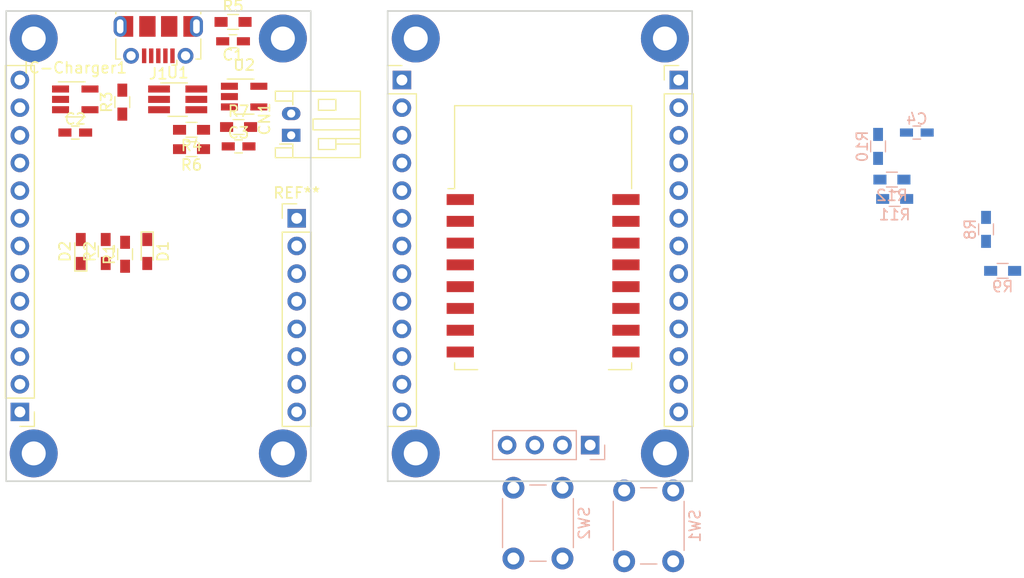
<source format=kicad_pcb>
(kicad_pcb (version 4) (host pcbnew 4.0.7)

  (general
    (links 65)
    (no_connects 63)
    (area 8.539 12.339 46.40362 70.207)
    (thickness 1.6)
    (drawings 8)
    (tracks 0)
    (zones 0)
    (modules 39)
    (nets 44)
  )

  (page A4)
  (layers
    (0 F.Cu signal)
    (31 B.Cu signal)
    (32 B.Adhes user)
    (33 F.Adhes user)
    (34 B.Paste user)
    (35 F.Paste user)
    (36 B.SilkS user)
    (37 F.SilkS user)
    (38 B.Mask user)
    (39 F.Mask user)
    (40 Dwgs.User user)
    (41 Cmts.User user)
    (42 Eco1.User user)
    (43 Eco2.User user)
    (44 Edge.Cuts user)
    (45 Margin user)
    (46 B.CrtYd user)
    (47 F.CrtYd user)
    (48 B.Fab user)
    (49 F.Fab user)
  )

  (setup
    (last_trace_width 0.25)
    (user_trace_width 0.2)
    (user_trace_width 0.4)
    (user_trace_width 0.6)
    (trace_clearance 0.2)
    (zone_clearance 0.508)
    (zone_45_only no)
    (trace_min 0.2)
    (segment_width 0.2)
    (edge_width 0.15)
    (via_size 0.6)
    (via_drill 0.4)
    (via_min_size 0.4)
    (via_min_drill 0.3)
    (uvia_size 0.3)
    (uvia_drill 0.1)
    (uvias_allowed no)
    (uvia_min_size 0.2)
    (uvia_min_drill 0.1)
    (pcb_text_width 0.3)
    (pcb_text_size 1.5 1.5)
    (mod_edge_width 0.15)
    (mod_text_size 1 1)
    (mod_text_width 0.15)
    (pad_size 5 5)
    (pad_drill 2.5)
    (pad_to_mask_clearance 0.2)
    (aux_axis_origin 0 0)
    (visible_elements 7FFFFF5F)
    (pcbplotparams
      (layerselection 0x00030_80000001)
      (usegerberextensions false)
      (excludeedgelayer true)
      (linewidth 0.100000)
      (plotframeref false)
      (viasonmask false)
      (mode 1)
      (useauxorigin false)
      (hpglpennumber 1)
      (hpglpenspeed 20)
      (hpglpendiameter 15)
      (hpglpenoverlay 2)
      (psnegative false)
      (psa4output false)
      (plotreference true)
      (plotvalue true)
      (plotinvisibletext false)
      (padsonsilk false)
      (subtractmaskfromsilk false)
      (outputformat 1)
      (mirror false)
      (drillshape 1)
      (scaleselection 1)
      (outputdirectory ""))
  )

  (net 0 "")
  (net 1 GND)
  (net 2 VBUS)
  (net 3 "Net-(C2-Pad1)")
  (net 4 "Net-(C3-Pad1)")
  (net 5 "Net-(D1-Pad1)")
  (net 6 "Net-(D2-Pad2)")
  (net 7 "Net-(IC-Charger1-Pad1)")
  (net 8 "Net-(IC-Charger1-Pad5)")
  (net 9 "Net-(J1-Pad6)")
  (net 10 "Net-(J1-Pad2)")
  (net 11 "Net-(J1-Pad4)")
  (net 12 "Net-(J1-Pad3)")
  (net 13 VCC)
  (net 14 "Net-(J2-Pad2)")
  (net 15 "Net-(J2-Pad3)")
  (net 16 "Net-(J2-Pad4)")
  (net 17 "Net-(J2-Pad5)")
  (net 18 "Net-(J2-Pad6)")
  (net 19 /ADC)
  (net 20 "Net-(J2-Pad8)")
  (net 21 "Net-(R4-Pad1)")
  (net 22 "Net-(U1-Pad5)")
  (net 23 "Net-(U2-Pad4)")
  (net 24 "Net-(J2-Pad1)")
  (net 25 "Net-(J2-Pad7)")
  (net 26 "Net-(J2-Pad9)")
  (net 27 "Net-(J2-Pad11)")
  (net 28 "Net-(J2-Pad12)")
  (net 29 "Net-(J2-Pad13)")
  (net 30 "Net-(J2-Pad10)")
  (net 31 /SCL)
  (net 32 /SDA)
  (net 33 /Rx)
  (net 34 /Tx)
  (net 35 "Net-(R8-Pad2)")
  (net 36 "Net-(R9-Pad2)")
  (net 37 "Net-(R10-Pad2)")
  (net 38 "Net-(R11-Pad1)")
  (net 39 "Net-(R12-Pad1)")
  (net 40 "Net-(X1-Pad4)")
  (net 41 "Net-(X1-Pad5)")
  (net 42 "Net-(X1-Pad6)")
  (net 43 "Net-(X1-Pad7)")

  (net_class Default "This is the default net class."
    (clearance 0.2)
    (trace_width 0.25)
    (via_dia 0.6)
    (via_drill 0.4)
    (uvia_dia 0.3)
    (uvia_drill 0.1)
    (add_net /ADC)
    (add_net /Rx)
    (add_net /SCL)
    (add_net /SDA)
    (add_net /Tx)
    (add_net GND)
    (add_net "Net-(C2-Pad1)")
    (add_net "Net-(C3-Pad1)")
    (add_net "Net-(D1-Pad1)")
    (add_net "Net-(D2-Pad2)")
    (add_net "Net-(IC-Charger1-Pad1)")
    (add_net "Net-(IC-Charger1-Pad5)")
    (add_net "Net-(J1-Pad2)")
    (add_net "Net-(J1-Pad3)")
    (add_net "Net-(J1-Pad4)")
    (add_net "Net-(J1-Pad6)")
    (add_net "Net-(J2-Pad1)")
    (add_net "Net-(J2-Pad10)")
    (add_net "Net-(J2-Pad11)")
    (add_net "Net-(J2-Pad12)")
    (add_net "Net-(J2-Pad13)")
    (add_net "Net-(J2-Pad2)")
    (add_net "Net-(J2-Pad3)")
    (add_net "Net-(J2-Pad4)")
    (add_net "Net-(J2-Pad5)")
    (add_net "Net-(J2-Pad6)")
    (add_net "Net-(J2-Pad7)")
    (add_net "Net-(J2-Pad8)")
    (add_net "Net-(J2-Pad9)")
    (add_net "Net-(R10-Pad2)")
    (add_net "Net-(R11-Pad1)")
    (add_net "Net-(R12-Pad1)")
    (add_net "Net-(R4-Pad1)")
    (add_net "Net-(R8-Pad2)")
    (add_net "Net-(R9-Pad2)")
    (add_net "Net-(U1-Pad5)")
    (add_net "Net-(U2-Pad4)")
    (add_net "Net-(X1-Pad4)")
    (add_net "Net-(X1-Pad5)")
    (add_net "Net-(X1-Pad6)")
    (add_net "Net-(X1-Pad7)")
    (add_net VBUS)
    (add_net VCC)
  )

  (module Mounting_Holes:MountingHole_2.2mm_M2_Pad locked (layer F.Cu) (tedit 5AA879F3) (tstamp 5AA9422C)
    (at 40.386 17.526)
    (descr "Mounting Hole 2.2mm, M2")
    (tags "mounting hole 2.2mm m2")
    (attr virtual)
    (fp_text reference REF** (at 0 -3.2) (layer F.SilkS) hide
      (effects (font (size 1 1) (thickness 0.15)))
    )
    (fp_text value MountingHole_2.2mm_M2_Pad (at 0 3.2) (layer F.Fab) hide
      (effects (font (size 1 1) (thickness 0.15)))
    )
    (fp_text user %R (at 0.3 0) (layer F.Fab)
      (effects (font (size 1 1) (thickness 0.15)))
    )
    (fp_circle (center 0 0) (end 2.2 0) (layer Cmts.User) (width 0.15))
    (fp_circle (center 0 0) (end 2.45 0) (layer F.CrtYd) (width 0.05))
    (pad 1 thru_hole circle (at 0 0) (size 4.4 4.4) (drill 2.2) (layers *.Cu *.Mask))
  )

  (module Mounting_Holes:MountingHole_2.2mm_M2_Pad locked (layer F.Cu) (tedit 5AA879F3) (tstamp 5AA94225)
    (at 17.526 17.526)
    (descr "Mounting Hole 2.2mm, M2")
    (tags "mounting hole 2.2mm m2")
    (attr virtual)
    (fp_text reference REF** (at 0 -3.2) (layer F.SilkS) hide
      (effects (font (size 1 1) (thickness 0.15)))
    )
    (fp_text value MountingHole_2.2mm_M2_Pad (at 0 3.2) (layer F.Fab) hide
      (effects (font (size 1 1) (thickness 0.15)))
    )
    (fp_text user %R (at 0.3 0) (layer F.Fab)
      (effects (font (size 1 1) (thickness 0.15)))
    )
    (fp_circle (center 0 0) (end 2.2 0) (layer Cmts.User) (width 0.15))
    (fp_circle (center 0 0) (end 2.45 0) (layer F.CrtYd) (width 0.05))
    (pad 1 thru_hole circle (at 0 0) (size 4.4 4.4) (drill 2.2) (layers *.Cu *.Mask))
  )

  (module Mounting_Holes:MountingHole_2.2mm_M2_Pad locked (layer F.Cu) (tedit 5AA879F3) (tstamp 5AA94217)
    (at 17.526 55.626)
    (descr "Mounting Hole 2.2mm, M2")
    (tags "mounting hole 2.2mm m2")
    (attr virtual)
    (fp_text reference REF** (at 0 -3.2) (layer F.SilkS) hide
      (effects (font (size 1 1) (thickness 0.15)))
    )
    (fp_text value MountingHole_2.2mm_M2_Pad (at 0 3.2) (layer F.Fab) hide
      (effects (font (size 1 1) (thickness 0.15)))
    )
    (fp_text user %R (at 0.3 0) (layer F.Fab)
      (effects (font (size 1 1) (thickness 0.15)))
    )
    (fp_circle (center 0 0) (end 2.2 0) (layer Cmts.User) (width 0.15))
    (fp_circle (center 0 0) (end 2.45 0) (layer F.CrtYd) (width 0.05))
    (pad 1 thru_hole circle (at 0 0) (size 4.4 4.4) (drill 2.2) (layers *.Cu *.Mask))
  )

  (module Mounting_Holes:MountingHole_2.2mm_M2_Pad locked (layer F.Cu) (tedit 5AA879F3) (tstamp 5AA94209)
    (at 40.386 55.626)
    (descr "Mounting Hole 2.2mm, M2")
    (tags "mounting hole 2.2mm m2")
    (attr virtual)
    (fp_text reference REF** (at 0 -3.2) (layer F.SilkS) hide
      (effects (font (size 1 1) (thickness 0.15)))
    )
    (fp_text value MountingHole_2.2mm_M2_Pad (at 0 3.2) (layer F.Fab) hide
      (effects (font (size 1 1) (thickness 0.15)))
    )
    (fp_text user %R (at 0.3 0) (layer F.Fab)
      (effects (font (size 1 1) (thickness 0.15)))
    )
    (fp_circle (center 0 0) (end 2.2 0) (layer Cmts.User) (width 0.15))
    (fp_circle (center 0 0) (end 2.45 0) (layer F.CrtYd) (width 0.05))
    (pad 1 thru_hole circle (at 0 0) (size 4.4 4.4) (drill 2.2) (layers *.Cu *.Mask))
  )

  (module Mounting_Holes:MountingHole_2.2mm_M2_Pad (layer F.Cu) (tedit 5AA879F3) (tstamp 5AA941F4)
    (at 75.438 55.626)
    (descr "Mounting Hole 2.2mm, M2")
    (tags "mounting hole 2.2mm m2")
    (attr virtual)
    (fp_text reference REF** (at 0 -3.2) (layer F.SilkS) hide
      (effects (font (size 1 1) (thickness 0.15)))
    )
    (fp_text value MountingHole_2.2mm_M2_Pad (at 0 3.2) (layer F.Fab) hide
      (effects (font (size 1 1) (thickness 0.15)))
    )
    (fp_text user %R (at 0.3 0) (layer F.Fab)
      (effects (font (size 1 1) (thickness 0.15)))
    )
    (fp_circle (center 0 0) (end 2.2 0) (layer Cmts.User) (width 0.15))
    (fp_circle (center 0 0) (end 2.45 0) (layer F.CrtYd) (width 0.05))
    (pad 1 thru_hole circle (at 0 0) (size 4.4 4.4) (drill 2.2) (layers *.Cu *.Mask))
  )

  (module Mounting_Holes:MountingHole_2.2mm_M2_Pad (layer F.Cu) (tedit 5AA879F3) (tstamp 5AA941ED)
    (at 52.578 55.626)
    (descr "Mounting Hole 2.2mm, M2")
    (tags "mounting hole 2.2mm m2")
    (attr virtual)
    (fp_text reference REF** (at 0 -3.2) (layer F.SilkS) hide
      (effects (font (size 1 1) (thickness 0.15)))
    )
    (fp_text value MountingHole_2.2mm_M2_Pad (at 0 3.2) (layer F.Fab) hide
      (effects (font (size 1 1) (thickness 0.15)))
    )
    (fp_text user %R (at 0.3 0) (layer F.Fab)
      (effects (font (size 1 1) (thickness 0.15)))
    )
    (fp_circle (center 0 0) (end 2.2 0) (layer Cmts.User) (width 0.15))
    (fp_circle (center 0 0) (end 2.45 0) (layer F.CrtYd) (width 0.05))
    (pad 1 thru_hole circle (at 0 0) (size 4.4 4.4) (drill 2.2) (layers *.Cu *.Mask))
  )

  (module Mounting_Holes:MountingHole_2.2mm_M2_Pad (layer F.Cu) (tedit 5AA879E4) (tstamp 5AA941B5)
    (at 75.438 17.526)
    (descr "Mounting Hole 2.2mm, M2")
    (tags "mounting hole 2.2mm m2")
    (attr virtual)
    (fp_text reference REF** (at 0 -3.2) (layer F.SilkS) hide
      (effects (font (size 1 1) (thickness 0.15)))
    )
    (fp_text value MountingHole_2.2mm_M2_Pad (at 0 3.2) (layer F.Fab) hide
      (effects (font (size 1 1) (thickness 0.15)))
    )
    (fp_text user %R (at 0.3 0) (layer F.Fab)
      (effects (font (size 1 1) (thickness 0.15)))
    )
    (fp_circle (center 0 0) (end 2.2 0) (layer Cmts.User) (width 0.15))
    (fp_circle (center 0 0) (end 2.45 0) (layer F.CrtYd) (width 0.05))
    (pad 1 thru_hole circle (at 0 0) (size 4.4 4.4) (drill 2.2) (layers *.Cu *.Mask))
  )

  (module Capacitors_SMD:C_0603_HandSoldering placed (layer F.Cu) (tedit 58AA848B) (tstamp 5AA5E635)
    (at 35.814 17.78 180)
    (descr "Capacitor SMD 0603, hand soldering")
    (tags "capacitor 0603")
    (path /5AA5F12A)
    (attr smd)
    (fp_text reference C1 (at 0 -1.25 180) (layer F.SilkS)
      (effects (font (size 1 1) (thickness 0.15)))
    )
    (fp_text value 1uF (at 0 1.5 180) (layer F.Fab)
      (effects (font (size 1 1) (thickness 0.15)))
    )
    (fp_text user %R (at 0 -1.25 180) (layer F.Fab)
      (effects (font (size 1 1) (thickness 0.15)))
    )
    (fp_line (start -0.8 0.4) (end -0.8 -0.4) (layer F.Fab) (width 0.1))
    (fp_line (start 0.8 0.4) (end -0.8 0.4) (layer F.Fab) (width 0.1))
    (fp_line (start 0.8 -0.4) (end 0.8 0.4) (layer F.Fab) (width 0.1))
    (fp_line (start -0.8 -0.4) (end 0.8 -0.4) (layer F.Fab) (width 0.1))
    (fp_line (start -0.35 -0.6) (end 0.35 -0.6) (layer F.SilkS) (width 0.12))
    (fp_line (start 0.35 0.6) (end -0.35 0.6) (layer F.SilkS) (width 0.12))
    (fp_line (start -1.8 -0.65) (end 1.8 -0.65) (layer F.CrtYd) (width 0.05))
    (fp_line (start -1.8 -0.65) (end -1.8 0.65) (layer F.CrtYd) (width 0.05))
    (fp_line (start 1.8 0.65) (end 1.8 -0.65) (layer F.CrtYd) (width 0.05))
    (fp_line (start 1.8 0.65) (end -1.8 0.65) (layer F.CrtYd) (width 0.05))
    (pad 1 smd rect (at -0.95 0 180) (size 1.2 0.75) (layers F.Cu F.Paste F.Mask)
      (net 1 GND))
    (pad 2 smd rect (at 0.95 0 180) (size 1.2 0.75) (layers F.Cu F.Paste F.Mask)
      (net 2 VBUS))
    (model Capacitors_SMD.3dshapes/C_0603.wrl
      (at (xyz 0 0 0))
      (scale (xyz 1 1 1))
      (rotate (xyz 0 0 0))
    )
  )

  (module Capacitors_SMD:C_0603_HandSoldering placed (layer F.Cu) (tedit 58AA848B) (tstamp 5AA5E63B)
    (at 21.336 26.162)
    (descr "Capacitor SMD 0603, hand soldering")
    (tags "capacitor 0603")
    (path /5AA5F12C)
    (attr smd)
    (fp_text reference C2 (at 0 -1.25) (layer F.SilkS)
      (effects (font (size 1 1) (thickness 0.15)))
    )
    (fp_text value 1uF (at 0 1.5) (layer F.Fab)
      (effects (font (size 1 1) (thickness 0.15)))
    )
    (fp_text user %R (at 0 -1.25) (layer F.Fab)
      (effects (font (size 1 1) (thickness 0.15)))
    )
    (fp_line (start -0.8 0.4) (end -0.8 -0.4) (layer F.Fab) (width 0.1))
    (fp_line (start 0.8 0.4) (end -0.8 0.4) (layer F.Fab) (width 0.1))
    (fp_line (start 0.8 -0.4) (end 0.8 0.4) (layer F.Fab) (width 0.1))
    (fp_line (start -0.8 -0.4) (end 0.8 -0.4) (layer F.Fab) (width 0.1))
    (fp_line (start -0.35 -0.6) (end 0.35 -0.6) (layer F.SilkS) (width 0.12))
    (fp_line (start 0.35 0.6) (end -0.35 0.6) (layer F.SilkS) (width 0.12))
    (fp_line (start -1.8 -0.65) (end 1.8 -0.65) (layer F.CrtYd) (width 0.05))
    (fp_line (start -1.8 -0.65) (end -1.8 0.65) (layer F.CrtYd) (width 0.05))
    (fp_line (start 1.8 0.65) (end 1.8 -0.65) (layer F.CrtYd) (width 0.05))
    (fp_line (start 1.8 0.65) (end -1.8 0.65) (layer F.CrtYd) (width 0.05))
    (pad 1 smd rect (at -0.95 0) (size 1.2 0.75) (layers F.Cu F.Paste F.Mask)
      (net 3 "Net-(C2-Pad1)"))
    (pad 2 smd rect (at 0.95 0) (size 1.2 0.75) (layers F.Cu F.Paste F.Mask)
      (net 1 GND))
    (model Capacitors_SMD.3dshapes/C_0603.wrl
      (at (xyz 0 0 0))
      (scale (xyz 1 1 1))
      (rotate (xyz 0 0 0))
    )
  )

  (module Capacitors_SMD:C_0603_HandSoldering placed (layer F.Cu) (tedit 58AA848B) (tstamp 5AA5E641)
    (at 36.322 27.432)
    (descr "Capacitor SMD 0603, hand soldering")
    (tags "capacitor 0603")
    (path /5AA5F126)
    (attr smd)
    (fp_text reference C3 (at 0 -1.25) (layer F.SilkS)
      (effects (font (size 1 1) (thickness 0.15)))
    )
    (fp_text value 1uF (at 0 1.5) (layer F.Fab)
      (effects (font (size 1 1) (thickness 0.15)))
    )
    (fp_text user %R (at 0 -1.25) (layer F.Fab)
      (effects (font (size 1 1) (thickness 0.15)))
    )
    (fp_line (start -0.8 0.4) (end -0.8 -0.4) (layer F.Fab) (width 0.1))
    (fp_line (start 0.8 0.4) (end -0.8 0.4) (layer F.Fab) (width 0.1))
    (fp_line (start 0.8 -0.4) (end 0.8 0.4) (layer F.Fab) (width 0.1))
    (fp_line (start -0.8 -0.4) (end 0.8 -0.4) (layer F.Fab) (width 0.1))
    (fp_line (start -0.35 -0.6) (end 0.35 -0.6) (layer F.SilkS) (width 0.12))
    (fp_line (start 0.35 0.6) (end -0.35 0.6) (layer F.SilkS) (width 0.12))
    (fp_line (start -1.8 -0.65) (end 1.8 -0.65) (layer F.CrtYd) (width 0.05))
    (fp_line (start -1.8 -0.65) (end -1.8 0.65) (layer F.CrtYd) (width 0.05))
    (fp_line (start 1.8 0.65) (end 1.8 -0.65) (layer F.CrtYd) (width 0.05))
    (fp_line (start 1.8 0.65) (end -1.8 0.65) (layer F.CrtYd) (width 0.05))
    (pad 1 smd rect (at -0.95 0) (size 1.2 0.75) (layers F.Cu F.Paste F.Mask)
      (net 4 "Net-(C3-Pad1)"))
    (pad 2 smd rect (at 0.95 0) (size 1.2 0.75) (layers F.Cu F.Paste F.Mask)
      (net 1 GND))
    (model Capacitors_SMD.3dshapes/C_0603.wrl
      (at (xyz 0 0 0))
      (scale (xyz 1 1 1))
      (rotate (xyz 0 0 0))
    )
  )

  (module Connectors_JST:JST_PH_S2B-PH-K_02x2.00mm_Angled locked (layer F.Cu) (tedit 58D3FE32) (tstamp 5AA5E647)
    (at 41.148 26.416 90)
    (descr "JST PH series connector, S2B-PH-K, side entry type, through hole, Datasheet: http://www.jst-mfg.com/product/pdf/eng/ePH.pdf")
    (tags "connector jst ph")
    (path /5AA5F141)
    (fp_text reference CN1 (at 1.5 -2.45 90) (layer F.SilkS)
      (effects (font (size 1 1) (thickness 0.15)))
    )
    (fp_text value JST_2PIN (at 1 7.25 90) (layer F.Fab)
      (effects (font (size 1 1) (thickness 0.15)))
    )
    (fp_line (start 0.5 6.35) (end 0.5 2) (layer F.SilkS) (width 0.12))
    (fp_line (start 0.5 2) (end 1.5 2) (layer F.SilkS) (width 0.12))
    (fp_line (start 1.5 2) (end 1.5 6.35) (layer F.SilkS) (width 0.12))
    (fp_line (start -0.8 0.15) (end -1.15 0.15) (layer F.SilkS) (width 0.12))
    (fp_line (start -1.15 0.15) (end -1.15 -1.45) (layer F.SilkS) (width 0.12))
    (fp_line (start -1.15 -1.45) (end -2.05 -1.45) (layer F.SilkS) (width 0.12))
    (fp_line (start -2.05 -1.45) (end -2.05 6.35) (layer F.SilkS) (width 0.12))
    (fp_line (start -2.05 6.35) (end 4.05 6.35) (layer F.SilkS) (width 0.12))
    (fp_line (start 4.05 6.35) (end 4.05 -1.45) (layer F.SilkS) (width 0.12))
    (fp_line (start 4.05 -1.45) (end 3.15 -1.45) (layer F.SilkS) (width 0.12))
    (fp_line (start 3.15 -1.45) (end 3.15 0.15) (layer F.SilkS) (width 0.12))
    (fp_line (start 3.15 0.15) (end 2.8 0.15) (layer F.SilkS) (width 0.12))
    (fp_line (start -2.05 0.15) (end -1.15 0.15) (layer F.SilkS) (width 0.12))
    (fp_line (start 4.05 0.15) (end 3.15 0.15) (layer F.SilkS) (width 0.12))
    (fp_line (start -1.3 2.5) (end -1.3 4.1) (layer F.SilkS) (width 0.12))
    (fp_line (start -1.3 4.1) (end -0.3 4.1) (layer F.SilkS) (width 0.12))
    (fp_line (start -0.3 4.1) (end -0.3 2.5) (layer F.SilkS) (width 0.12))
    (fp_line (start -0.3 2.5) (end -1.3 2.5) (layer F.SilkS) (width 0.12))
    (fp_line (start 3.3 2.5) (end 3.3 4.1) (layer F.SilkS) (width 0.12))
    (fp_line (start 3.3 4.1) (end 2.3 4.1) (layer F.SilkS) (width 0.12))
    (fp_line (start 2.3 4.1) (end 2.3 2.5) (layer F.SilkS) (width 0.12))
    (fp_line (start 2.3 2.5) (end 3.3 2.5) (layer F.SilkS) (width 0.12))
    (fp_line (start -0.3 4.1) (end -0.3 6.35) (layer F.SilkS) (width 0.12))
    (fp_line (start -0.8 4.1) (end -0.8 6.35) (layer F.SilkS) (width 0.12))
    (fp_line (start -2.45 -1.85) (end -2.45 6.75) (layer F.CrtYd) (width 0.05))
    (fp_line (start -2.45 6.75) (end 4.45 6.75) (layer F.CrtYd) (width 0.05))
    (fp_line (start 4.45 6.75) (end 4.45 -1.85) (layer F.CrtYd) (width 0.05))
    (fp_line (start 4.45 -1.85) (end -2.45 -1.85) (layer F.CrtYd) (width 0.05))
    (fp_line (start -1.25 0.25) (end -1.25 -1.35) (layer F.Fab) (width 0.1))
    (fp_line (start -1.25 -1.35) (end -1.95 -1.35) (layer F.Fab) (width 0.1))
    (fp_line (start -1.95 -1.35) (end -1.95 6.25) (layer F.Fab) (width 0.1))
    (fp_line (start -1.95 6.25) (end 3.95 6.25) (layer F.Fab) (width 0.1))
    (fp_line (start 3.95 6.25) (end 3.95 -1.35) (layer F.Fab) (width 0.1))
    (fp_line (start 3.95 -1.35) (end 3.25 -1.35) (layer F.Fab) (width 0.1))
    (fp_line (start 3.25 -1.35) (end 3.25 0.25) (layer F.Fab) (width 0.1))
    (fp_line (start 3.25 0.25) (end -1.25 0.25) (layer F.Fab) (width 0.1))
    (fp_line (start -0.8 0.15) (end -0.8 -1.05) (layer F.SilkS) (width 0.12))
    (fp_line (start 0 0.85) (end -0.5 1.35) (layer F.Fab) (width 0.1))
    (fp_line (start -0.5 1.35) (end 0.5 1.35) (layer F.Fab) (width 0.1))
    (fp_line (start 0.5 1.35) (end 0 0.85) (layer F.Fab) (width 0.1))
    (fp_text user %R (at 1 2.5 90) (layer F.Fab)
      (effects (font (size 1 1) (thickness 0.15)))
    )
    (pad 1 thru_hole rect (at 0 0 90) (size 1.2 1.7) (drill 0.75) (layers *.Cu *.Mask)
      (net 3 "Net-(C2-Pad1)"))
    (pad 2 thru_hole oval (at 2 0 90) (size 1.2 1.7) (drill 0.75) (layers *.Cu *.Mask)
      (net 1 GND))
    (model ${KISYS3DMOD}/Connectors_JST.3dshapes/JST_PH_S2B-PH-K_02x2.00mm_Angled.wrl
      (at (xyz 0 0 0))
      (scale (xyz 1 1 1))
      (rotate (xyz 0 0 0))
    )
  )

  (module LEDs:LED_0603_HandSoldering placed (layer F.Cu) (tedit 595FC9C0) (tstamp 5AA5E64D)
    (at 27.94 37.084 270)
    (descr "LED SMD 0603, hand soldering")
    (tags "LED 0603")
    (path /5AA5F13D)
    (attr smd)
    (fp_text reference D1 (at 0 -1.45 270) (layer F.SilkS)
      (effects (font (size 1 1) (thickness 0.15)))
    )
    (fp_text value RED (at 0 1.55 270) (layer F.Fab)
      (effects (font (size 1 1) (thickness 0.15)))
    )
    (fp_line (start -1.8 -0.55) (end -1.8 0.55) (layer F.SilkS) (width 0.12))
    (fp_line (start -0.2 -0.2) (end -0.2 0.2) (layer F.Fab) (width 0.1))
    (fp_line (start -0.15 0) (end 0.15 -0.2) (layer F.Fab) (width 0.1))
    (fp_line (start 0.15 0.2) (end -0.15 0) (layer F.Fab) (width 0.1))
    (fp_line (start 0.15 -0.2) (end 0.15 0.2) (layer F.Fab) (width 0.1))
    (fp_line (start 0.8 0.4) (end -0.8 0.4) (layer F.Fab) (width 0.1))
    (fp_line (start 0.8 -0.4) (end 0.8 0.4) (layer F.Fab) (width 0.1))
    (fp_line (start -0.8 -0.4) (end 0.8 -0.4) (layer F.Fab) (width 0.1))
    (fp_line (start -1.8 0.55) (end 0.8 0.55) (layer F.SilkS) (width 0.12))
    (fp_line (start -1.8 -0.55) (end 0.8 -0.55) (layer F.SilkS) (width 0.12))
    (fp_line (start -1.96 -0.7) (end 1.95 -0.7) (layer F.CrtYd) (width 0.05))
    (fp_line (start -1.96 -0.7) (end -1.96 0.7) (layer F.CrtYd) (width 0.05))
    (fp_line (start 1.95 0.7) (end 1.95 -0.7) (layer F.CrtYd) (width 0.05))
    (fp_line (start 1.95 0.7) (end -1.96 0.7) (layer F.CrtYd) (width 0.05))
    (fp_line (start -0.8 -0.4) (end -0.8 0.4) (layer F.Fab) (width 0.1))
    (pad 1 smd rect (at -1.1 0 270) (size 1.2 0.9) (layers F.Cu F.Paste F.Mask)
      (net 5 "Net-(D1-Pad1)"))
    (pad 2 smd rect (at 1.1 0 270) (size 1.2 0.9) (layers F.Cu F.Paste F.Mask)
      (net 2 VBUS))
    (model ${KISYS3DMOD}/LEDs.3dshapes/LED_0603.wrl
      (at (xyz 0 0 0))
      (scale (xyz 1 1 1))
      (rotate (xyz 0 0 180))
    )
  )

  (module LEDs:LED_0603_HandSoldering placed (layer F.Cu) (tedit 595FC9C0) (tstamp 5AA5E653)
    (at 21.844 37.084 90)
    (descr "LED SMD 0603, hand soldering")
    (tags "LED 0603")
    (path /5AA5F13C)
    (attr smd)
    (fp_text reference D2 (at 0 -1.45 90) (layer F.SilkS)
      (effects (font (size 1 1) (thickness 0.15)))
    )
    (fp_text value GREEN (at 0 1.55 90) (layer F.Fab)
      (effects (font (size 1 1) (thickness 0.15)))
    )
    (fp_line (start -1.8 -0.55) (end -1.8 0.55) (layer F.SilkS) (width 0.12))
    (fp_line (start -0.2 -0.2) (end -0.2 0.2) (layer F.Fab) (width 0.1))
    (fp_line (start -0.15 0) (end 0.15 -0.2) (layer F.Fab) (width 0.1))
    (fp_line (start 0.15 0.2) (end -0.15 0) (layer F.Fab) (width 0.1))
    (fp_line (start 0.15 -0.2) (end 0.15 0.2) (layer F.Fab) (width 0.1))
    (fp_line (start 0.8 0.4) (end -0.8 0.4) (layer F.Fab) (width 0.1))
    (fp_line (start 0.8 -0.4) (end 0.8 0.4) (layer F.Fab) (width 0.1))
    (fp_line (start -0.8 -0.4) (end 0.8 -0.4) (layer F.Fab) (width 0.1))
    (fp_line (start -1.8 0.55) (end 0.8 0.55) (layer F.SilkS) (width 0.12))
    (fp_line (start -1.8 -0.55) (end 0.8 -0.55) (layer F.SilkS) (width 0.12))
    (fp_line (start -1.96 -0.7) (end 1.95 -0.7) (layer F.CrtYd) (width 0.05))
    (fp_line (start -1.96 -0.7) (end -1.96 0.7) (layer F.CrtYd) (width 0.05))
    (fp_line (start 1.95 0.7) (end 1.95 -0.7) (layer F.CrtYd) (width 0.05))
    (fp_line (start 1.95 0.7) (end -1.96 0.7) (layer F.CrtYd) (width 0.05))
    (fp_line (start -0.8 -0.4) (end -0.8 0.4) (layer F.Fab) (width 0.1))
    (pad 1 smd rect (at -1.1 0 90) (size 1.2 0.9) (layers F.Cu F.Paste F.Mask)
      (net 1 GND))
    (pad 2 smd rect (at 1.1 0 90) (size 1.2 0.9) (layers F.Cu F.Paste F.Mask)
      (net 6 "Net-(D2-Pad2)"))
    (model ${KISYS3DMOD}/LEDs.3dshapes/LED_0603.wrl
      (at (xyz 0 0 0))
      (scale (xyz 1 1 1))
      (rotate (xyz 0 0 180))
    )
  )

  (module TO_SOT_Packages_SMD:SOT-23-5_HandSoldering placed (layer F.Cu) (tedit 58CE4E7E) (tstamp 5AA5E65C)
    (at 21.336 23.114)
    (descr "5-pin SOT23 package")
    (tags "SOT-23-5 hand-soldering")
    (path /5AA5F129)
    (attr smd)
    (fp_text reference IC-Charger1 (at 0 -2.9) (layer F.SilkS)
      (effects (font (size 1 1) (thickness 0.15)))
    )
    (fp_text value MCP73831_SOT23-5 (at 0 2.9) (layer F.Fab)
      (effects (font (size 1 1) (thickness 0.15)))
    )
    (fp_text user %R (at 0 0 90) (layer F.Fab)
      (effects (font (size 0.5 0.5) (thickness 0.075)))
    )
    (fp_line (start -0.9 1.61) (end 0.9 1.61) (layer F.SilkS) (width 0.12))
    (fp_line (start 0.9 -1.61) (end -1.55 -1.61) (layer F.SilkS) (width 0.12))
    (fp_line (start -0.9 -0.9) (end -0.25 -1.55) (layer F.Fab) (width 0.1))
    (fp_line (start 0.9 -1.55) (end -0.25 -1.55) (layer F.Fab) (width 0.1))
    (fp_line (start -0.9 -0.9) (end -0.9 1.55) (layer F.Fab) (width 0.1))
    (fp_line (start 0.9 1.55) (end -0.9 1.55) (layer F.Fab) (width 0.1))
    (fp_line (start 0.9 -1.55) (end 0.9 1.55) (layer F.Fab) (width 0.1))
    (fp_line (start -2.38 -1.8) (end 2.38 -1.8) (layer F.CrtYd) (width 0.05))
    (fp_line (start -2.38 -1.8) (end -2.38 1.8) (layer F.CrtYd) (width 0.05))
    (fp_line (start 2.38 1.8) (end 2.38 -1.8) (layer F.CrtYd) (width 0.05))
    (fp_line (start 2.38 1.8) (end -2.38 1.8) (layer F.CrtYd) (width 0.05))
    (pad 1 smd rect (at -1.35 -0.95) (size 1.56 0.65) (layers F.Cu F.Paste F.Mask)
      (net 7 "Net-(IC-Charger1-Pad1)"))
    (pad 2 smd rect (at -1.35 0) (size 1.56 0.65) (layers F.Cu F.Paste F.Mask)
      (net 1 GND))
    (pad 3 smd rect (at -1.35 0.95) (size 1.56 0.65) (layers F.Cu F.Paste F.Mask)
      (net 3 "Net-(C2-Pad1)"))
    (pad 4 smd rect (at 1.35 0.95) (size 1.56 0.65) (layers F.Cu F.Paste F.Mask)
      (net 2 VBUS))
    (pad 5 smd rect (at 1.35 -0.95) (size 1.56 0.65) (layers F.Cu F.Paste F.Mask)
      (net 8 "Net-(IC-Charger1-Pad5)"))
    (model ${KISYS3DMOD}/TO_SOT_Packages_SMD.3dshapes\SOT-23-5.wrl
      (at (xyz 0 0 0))
      (scale (xyz 1 1 1))
      (rotate (xyz 0 0 0))
    )
  )

  (module Connectors_USB:USB_Micro-B_Molex-105017-0001 locked (layer F.Cu) (tedit 598B308E) (tstamp 5AA5E685)
    (at 28.956 16.764 180)
    (descr http://www.molex.com/pdm_docs/sd/1050170001_sd.pdf)
    (tags "Micro-USB SMD Typ-B")
    (path /5AA5F13A)
    (attr smd)
    (fp_text reference J1 (at 0 -4 180) (layer F.SilkS)
      (effects (font (size 1 1) (thickness 0.15)))
    )
    (fp_text value USB_OTG (at 0.3 3.45 180) (layer F.Fab)
      (effects (font (size 1 1) (thickness 0.15)))
    )
    (fp_line (start -4.4 2.75) (end 4.4 2.75) (layer F.CrtYd) (width 0.05))
    (fp_line (start 4.4 -3.35) (end 4.4 2.75) (layer F.CrtYd) (width 0.05))
    (fp_line (start -4.4 -3.35) (end 4.4 -3.35) (layer F.CrtYd) (width 0.05))
    (fp_line (start -4.4 2.75) (end -4.4 -3.35) (layer F.CrtYd) (width 0.05))
    (fp_text user "PCB Edge" (at 0 1.8 180) (layer Dwgs.User)
      (effects (font (size 0.5 0.5) (thickness 0.08)))
    )
    (fp_line (start -3.9 -2.65) (end -3.45 -2.65) (layer F.SilkS) (width 0.12))
    (fp_line (start -3.9 -0.8) (end -3.9 -2.65) (layer F.SilkS) (width 0.12))
    (fp_line (start 3.9 1.75) (end 3.9 1.5) (layer F.SilkS) (width 0.12))
    (fp_line (start 3.75 2.5) (end 3.75 -2.5) (layer F.Fab) (width 0.1))
    (fp_line (start -3 1.801704) (end 3 1.801704) (layer F.Fab) (width 0.1))
    (fp_line (start -3.75 2.501704) (end 3.75 2.501704) (layer F.Fab) (width 0.1))
    (fp_line (start -3.75 -2.5) (end 3.75 -2.5) (layer F.Fab) (width 0.1))
    (fp_line (start -3.75 2.5) (end -3.75 -2.5) (layer F.Fab) (width 0.1))
    (fp_line (start -3.9 1.75) (end -3.9 1.5) (layer F.SilkS) (width 0.12))
    (fp_line (start 3.9 -0.8) (end 3.9 -2.65) (layer F.SilkS) (width 0.12))
    (fp_line (start 3.9 -2.65) (end 3.45 -2.65) (layer F.SilkS) (width 0.12))
    (fp_text user %R (at 0 0 180) (layer F.Fab)
      (effects (font (size 1 1) (thickness 0.15)))
    )
    (fp_line (start -1.7 -3.2) (end -1.25 -3.2) (layer F.SilkS) (width 0.12))
    (fp_line (start -1.7 -3.2) (end -1.7 -2.75) (layer F.SilkS) (width 0.12))
    (fp_line (start -1.3 -2.6) (end -1.5 -2.8) (layer F.Fab) (width 0.1))
    (fp_line (start -1.1 -2.8) (end -1.3 -2.6) (layer F.Fab) (width 0.1))
    (fp_line (start -1.5 -3.01) (end -1.1 -3.01) (layer F.Fab) (width 0.1))
    (fp_line (start -1.5 -3.01) (end -1.5 -2.8) (layer F.Fab) (width 0.1))
    (fp_line (start -1.1 -3.01) (end -1.1 -2.8) (layer F.Fab) (width 0.1))
    (pad 6 smd rect (at 1 0.35 180) (size 1.5 1.9) (layers F.Cu F.Paste F.Mask)
      (net 9 "Net-(J1-Pad6)"))
    (pad 6 thru_hole circle (at -2.5 -2.35 180) (size 1.45 1.45) (drill 0.85) (layers *.Cu *.Mask)
      (net 9 "Net-(J1-Pad6)"))
    (pad 2 smd rect (at -0.65 -2.35 180) (size 0.4 1.35) (layers F.Cu F.Paste F.Mask)
      (net 10 "Net-(J1-Pad2)"))
    (pad 1 smd rect (at -1.3 -2.35 180) (size 0.4 1.35) (layers F.Cu F.Paste F.Mask)
      (net 2 VBUS))
    (pad 5 smd rect (at 1.3 -2.35 180) (size 0.4 1.35) (layers F.Cu F.Paste F.Mask)
      (net 1 GND))
    (pad 4 smd rect (at 0.65 -2.35 180) (size 0.4 1.35) (layers F.Cu F.Paste F.Mask)
      (net 11 "Net-(J1-Pad4)"))
    (pad 3 smd rect (at 0 -2.35 180) (size 0.4 1.35) (layers F.Cu F.Paste F.Mask)
      (net 12 "Net-(J1-Pad3)"))
    (pad 6 thru_hole circle (at 2.5 -2.35 180) (size 1.45 1.45) (drill 0.85) (layers *.Cu *.Mask)
      (net 9 "Net-(J1-Pad6)"))
    (pad 6 smd rect (at -1 0.35 180) (size 1.5 1.9) (layers F.Cu F.Paste F.Mask)
      (net 9 "Net-(J1-Pad6)"))
    (pad 6 thru_hole oval (at -3.5 0.35) (size 1.2 1.9) (drill oval 0.6 1.3) (layers *.Cu *.Mask)
      (net 9 "Net-(J1-Pad6)"))
    (pad 6 thru_hole oval (at 3.5 0.35 180) (size 1.2 1.9) (drill oval 0.6 1.3) (layers *.Cu *.Mask)
      (net 9 "Net-(J1-Pad6)"))
    (pad 6 smd rect (at 2.9 0.35 180) (size 1.2 1.9) (layers F.Cu F.Mask)
      (net 9 "Net-(J1-Pad6)"))
    (pad 6 smd rect (at -2.9 0.35 180) (size 1.2 1.9) (layers F.Cu F.Mask)
      (net 9 "Net-(J1-Pad6)"))
    (model ${KISYS3DMOD}/Connectors_USB.3dshapes/USB_Micro-B_Molex-105017-0001.wrl
      (at (xyz 0 0 0))
      (scale (xyz 1 1 1))
      (rotate (xyz 0 0 0))
    )
  )

  (module Resistors_SMD:R_0603_HandSoldering placed (layer F.Cu) (tedit 58E0A804) (tstamp 5AA5E6C3)
    (at 25.908 37.338 90)
    (descr "Resistor SMD 0603, hand soldering")
    (tags "resistor 0603")
    (path /5AA5F13F)
    (attr smd)
    (fp_text reference R1 (at 0 -1.45 90) (layer F.SilkS)
      (effects (font (size 1 1) (thickness 0.15)))
    )
    (fp_text value 470 (at 0 1.55 90) (layer F.Fab)
      (effects (font (size 1 1) (thickness 0.15)))
    )
    (fp_text user %R (at 0 0 90) (layer F.Fab)
      (effects (font (size 0.4 0.4) (thickness 0.075)))
    )
    (fp_line (start -0.8 0.4) (end -0.8 -0.4) (layer F.Fab) (width 0.1))
    (fp_line (start 0.8 0.4) (end -0.8 0.4) (layer F.Fab) (width 0.1))
    (fp_line (start 0.8 -0.4) (end 0.8 0.4) (layer F.Fab) (width 0.1))
    (fp_line (start -0.8 -0.4) (end 0.8 -0.4) (layer F.Fab) (width 0.1))
    (fp_line (start 0.5 0.68) (end -0.5 0.68) (layer F.SilkS) (width 0.12))
    (fp_line (start -0.5 -0.68) (end 0.5 -0.68) (layer F.SilkS) (width 0.12))
    (fp_line (start -1.96 -0.7) (end 1.95 -0.7) (layer F.CrtYd) (width 0.05))
    (fp_line (start -1.96 -0.7) (end -1.96 0.7) (layer F.CrtYd) (width 0.05))
    (fp_line (start 1.95 0.7) (end 1.95 -0.7) (layer F.CrtYd) (width 0.05))
    (fp_line (start 1.95 0.7) (end -1.96 0.7) (layer F.CrtYd) (width 0.05))
    (pad 1 smd rect (at -1.1 0 90) (size 1.2 0.9) (layers F.Cu F.Paste F.Mask)
      (net 7 "Net-(IC-Charger1-Pad1)"))
    (pad 2 smd rect (at 1.1 0 90) (size 1.2 0.9) (layers F.Cu F.Paste F.Mask)
      (net 5 "Net-(D1-Pad1)"))
    (model ${KISYS3DMOD}/Resistors_SMD.3dshapes/R_0603.wrl
      (at (xyz 0 0 0))
      (scale (xyz 1 1 1))
      (rotate (xyz 0 0 0))
    )
  )

  (module Resistors_SMD:R_0603_HandSoldering placed (layer F.Cu) (tedit 58E0A804) (tstamp 5AA5E6C9)
    (at 24.13 37.084 90)
    (descr "Resistor SMD 0603, hand soldering")
    (tags "resistor 0603")
    (path /5AA5F13E)
    (attr smd)
    (fp_text reference R2 (at 0 -1.45 90) (layer F.SilkS)
      (effects (font (size 1 1) (thickness 0.15)))
    )
    (fp_text value 470 (at 0 1.55 90) (layer F.Fab)
      (effects (font (size 1 1) (thickness 0.15)))
    )
    (fp_text user %R (at 0 0 90) (layer F.Fab)
      (effects (font (size 0.4 0.4) (thickness 0.075)))
    )
    (fp_line (start -0.8 0.4) (end -0.8 -0.4) (layer F.Fab) (width 0.1))
    (fp_line (start 0.8 0.4) (end -0.8 0.4) (layer F.Fab) (width 0.1))
    (fp_line (start 0.8 -0.4) (end 0.8 0.4) (layer F.Fab) (width 0.1))
    (fp_line (start -0.8 -0.4) (end 0.8 -0.4) (layer F.Fab) (width 0.1))
    (fp_line (start 0.5 0.68) (end -0.5 0.68) (layer F.SilkS) (width 0.12))
    (fp_line (start -0.5 -0.68) (end 0.5 -0.68) (layer F.SilkS) (width 0.12))
    (fp_line (start -1.96 -0.7) (end 1.95 -0.7) (layer F.CrtYd) (width 0.05))
    (fp_line (start -1.96 -0.7) (end -1.96 0.7) (layer F.CrtYd) (width 0.05))
    (fp_line (start 1.95 0.7) (end 1.95 -0.7) (layer F.CrtYd) (width 0.05))
    (fp_line (start 1.95 0.7) (end -1.96 0.7) (layer F.CrtYd) (width 0.05))
    (pad 1 smd rect (at -1.1 0 90) (size 1.2 0.9) (layers F.Cu F.Paste F.Mask)
      (net 7 "Net-(IC-Charger1-Pad1)"))
    (pad 2 smd rect (at 1.1 0 90) (size 1.2 0.9) (layers F.Cu F.Paste F.Mask)
      (net 6 "Net-(D2-Pad2)"))
    (model ${KISYS3DMOD}/Resistors_SMD.3dshapes/R_0603.wrl
      (at (xyz 0 0 0))
      (scale (xyz 1 1 1))
      (rotate (xyz 0 0 0))
    )
  )

  (module Resistors_SMD:R_0603_HandSoldering placed (layer F.Cu) (tedit 58E0A804) (tstamp 5AA5E6CF)
    (at 25.654 23.368 90)
    (descr "Resistor SMD 0603, hand soldering")
    (tags "resistor 0603")
    (path /5AA5F143)
    (attr smd)
    (fp_text reference R3 (at 0 -1.45 90) (layer F.SilkS)
      (effects (font (size 1 1) (thickness 0.15)))
    )
    (fp_text value 2k (at 0 1.55 90) (layer F.Fab)
      (effects (font (size 1 1) (thickness 0.15)))
    )
    (fp_text user %R (at 0 0 90) (layer F.Fab)
      (effects (font (size 0.4 0.4) (thickness 0.075)))
    )
    (fp_line (start -0.8 0.4) (end -0.8 -0.4) (layer F.Fab) (width 0.1))
    (fp_line (start 0.8 0.4) (end -0.8 0.4) (layer F.Fab) (width 0.1))
    (fp_line (start 0.8 -0.4) (end 0.8 0.4) (layer F.Fab) (width 0.1))
    (fp_line (start -0.8 -0.4) (end 0.8 -0.4) (layer F.Fab) (width 0.1))
    (fp_line (start 0.5 0.68) (end -0.5 0.68) (layer F.SilkS) (width 0.12))
    (fp_line (start -0.5 -0.68) (end 0.5 -0.68) (layer F.SilkS) (width 0.12))
    (fp_line (start -1.96 -0.7) (end 1.95 -0.7) (layer F.CrtYd) (width 0.05))
    (fp_line (start -1.96 -0.7) (end -1.96 0.7) (layer F.CrtYd) (width 0.05))
    (fp_line (start 1.95 0.7) (end 1.95 -0.7) (layer F.CrtYd) (width 0.05))
    (fp_line (start 1.95 0.7) (end -1.96 0.7) (layer F.CrtYd) (width 0.05))
    (pad 1 smd rect (at -1.1 0 90) (size 1.2 0.9) (layers F.Cu F.Paste F.Mask)
      (net 1 GND))
    (pad 2 smd rect (at 1.1 0 90) (size 1.2 0.9) (layers F.Cu F.Paste F.Mask)
      (net 8 "Net-(IC-Charger1-Pad5)"))
    (model ${KISYS3DMOD}/Resistors_SMD.3dshapes/R_0603.wrl
      (at (xyz 0 0 0))
      (scale (xyz 1 1 1))
      (rotate (xyz 0 0 0))
    )
  )

  (module Resistors_SMD:R_0603_HandSoldering placed (layer F.Cu) (tedit 58E0A804) (tstamp 5AA5E6D5)
    (at 32.004 25.908 180)
    (descr "Resistor SMD 0603, hand soldering")
    (tags "resistor 0603")
    (path /5AA5F127)
    (attr smd)
    (fp_text reference R4 (at 0 -1.45 180) (layer F.SilkS)
      (effects (font (size 1 1) (thickness 0.15)))
    )
    (fp_text value 10k (at 0 1.55 180) (layer F.Fab)
      (effects (font (size 1 1) (thickness 0.15)))
    )
    (fp_text user %R (at 0 0 180) (layer F.Fab)
      (effects (font (size 0.4 0.4) (thickness 0.075)))
    )
    (fp_line (start -0.8 0.4) (end -0.8 -0.4) (layer F.Fab) (width 0.1))
    (fp_line (start 0.8 0.4) (end -0.8 0.4) (layer F.Fab) (width 0.1))
    (fp_line (start 0.8 -0.4) (end 0.8 0.4) (layer F.Fab) (width 0.1))
    (fp_line (start -0.8 -0.4) (end 0.8 -0.4) (layer F.Fab) (width 0.1))
    (fp_line (start 0.5 0.68) (end -0.5 0.68) (layer F.SilkS) (width 0.12))
    (fp_line (start -0.5 -0.68) (end 0.5 -0.68) (layer F.SilkS) (width 0.12))
    (fp_line (start -1.96 -0.7) (end 1.95 -0.7) (layer F.CrtYd) (width 0.05))
    (fp_line (start -1.96 -0.7) (end -1.96 0.7) (layer F.CrtYd) (width 0.05))
    (fp_line (start 1.95 0.7) (end 1.95 -0.7) (layer F.CrtYd) (width 0.05))
    (fp_line (start 1.95 0.7) (end -1.96 0.7) (layer F.CrtYd) (width 0.05))
    (pad 1 smd rect (at -1.1 0 180) (size 1.2 0.9) (layers F.Cu F.Paste F.Mask)
      (net 21 "Net-(R4-Pad1)"))
    (pad 2 smd rect (at 1.1 0 180) (size 1.2 0.9) (layers F.Cu F.Paste F.Mask)
      (net 4 "Net-(C3-Pad1)"))
    (model ${KISYS3DMOD}/Resistors_SMD.3dshapes/R_0603.wrl
      (at (xyz 0 0 0))
      (scale (xyz 1 1 1))
      (rotate (xyz 0 0 0))
    )
  )

  (module Resistors_SMD:R_0603_HandSoldering placed (layer F.Cu) (tedit 58E0A804) (tstamp 5AA5E6DB)
    (at 35.814 16.002)
    (descr "Resistor SMD 0603, hand soldering")
    (tags "resistor 0603")
    (path /5AA5F153)
    (attr smd)
    (fp_text reference R5 (at 0 -1.45) (layer F.SilkS)
      (effects (font (size 1 1) (thickness 0.15)))
    )
    (fp_text value 100k (at 0 1.55) (layer F.Fab)
      (effects (font (size 1 1) (thickness 0.15)))
    )
    (fp_text user %R (at 0 0) (layer F.Fab)
      (effects (font (size 0.4 0.4) (thickness 0.075)))
    )
    (fp_line (start -0.8 0.4) (end -0.8 -0.4) (layer F.Fab) (width 0.1))
    (fp_line (start 0.8 0.4) (end -0.8 0.4) (layer F.Fab) (width 0.1))
    (fp_line (start 0.8 -0.4) (end 0.8 0.4) (layer F.Fab) (width 0.1))
    (fp_line (start -0.8 -0.4) (end 0.8 -0.4) (layer F.Fab) (width 0.1))
    (fp_line (start 0.5 0.68) (end -0.5 0.68) (layer F.SilkS) (width 0.12))
    (fp_line (start -0.5 -0.68) (end 0.5 -0.68) (layer F.SilkS) (width 0.12))
    (fp_line (start -1.96 -0.7) (end 1.95 -0.7) (layer F.CrtYd) (width 0.05))
    (fp_line (start -1.96 -0.7) (end -1.96 0.7) (layer F.CrtYd) (width 0.05))
    (fp_line (start 1.95 0.7) (end 1.95 -0.7) (layer F.CrtYd) (width 0.05))
    (fp_line (start 1.95 0.7) (end -1.96 0.7) (layer F.CrtYd) (width 0.05))
    (pad 1 smd rect (at -1.1 0) (size 1.2 0.9) (layers F.Cu F.Paste F.Mask)
      (net 2 VBUS))
    (pad 2 smd rect (at 1.1 0) (size 1.2 0.9) (layers F.Cu F.Paste F.Mask)
      (net 1 GND))
    (model ${KISYS3DMOD}/Resistors_SMD.3dshapes/R_0603.wrl
      (at (xyz 0 0 0))
      (scale (xyz 1 1 1))
      (rotate (xyz 0 0 0))
    )
  )

  (module Resistors_SMD:R_0603_HandSoldering placed (layer F.Cu) (tedit 58E0A804) (tstamp 5AA5E6E1)
    (at 32.004 27.686 180)
    (descr "Resistor SMD 0603, hand soldering")
    (tags "resistor 0603")
    (path /5AA5F15E)
    (attr smd)
    (fp_text reference R6 (at 0 -1.45 180) (layer F.SilkS)
      (effects (font (size 1 1) (thickness 0.15)))
    )
    (fp_text value 10k (at 0 1.55 180) (layer F.Fab)
      (effects (font (size 1 1) (thickness 0.15)))
    )
    (fp_text user %R (at 0 0 180) (layer F.Fab)
      (effects (font (size 0.4 0.4) (thickness 0.075)))
    )
    (fp_line (start -0.8 0.4) (end -0.8 -0.4) (layer F.Fab) (width 0.1))
    (fp_line (start 0.8 0.4) (end -0.8 0.4) (layer F.Fab) (width 0.1))
    (fp_line (start 0.8 -0.4) (end 0.8 0.4) (layer F.Fab) (width 0.1))
    (fp_line (start -0.8 -0.4) (end 0.8 -0.4) (layer F.Fab) (width 0.1))
    (fp_line (start 0.5 0.68) (end -0.5 0.68) (layer F.SilkS) (width 0.12))
    (fp_line (start -0.5 -0.68) (end 0.5 -0.68) (layer F.SilkS) (width 0.12))
    (fp_line (start -1.96 -0.7) (end 1.95 -0.7) (layer F.CrtYd) (width 0.05))
    (fp_line (start -1.96 -0.7) (end -1.96 0.7) (layer F.CrtYd) (width 0.05))
    (fp_line (start 1.95 0.7) (end 1.95 -0.7) (layer F.CrtYd) (width 0.05))
    (fp_line (start 1.95 0.7) (end -1.96 0.7) (layer F.CrtYd) (width 0.05))
    (pad 1 smd rect (at -1.1 0 180) (size 1.2 0.9) (layers F.Cu F.Paste F.Mask)
      (net 4 "Net-(C3-Pad1)"))
    (pad 2 smd rect (at 1.1 0 180) (size 1.2 0.9) (layers F.Cu F.Paste F.Mask)
      (net 19 /ADC))
    (model ${KISYS3DMOD}/Resistors_SMD.3dshapes/R_0603.wrl
      (at (xyz 0 0 0))
      (scale (xyz 1 1 1))
      (rotate (xyz 0 0 0))
    )
  )

  (module Resistors_SMD:R_0603_HandSoldering placed (layer F.Cu) (tedit 58E0A804) (tstamp 5AA5E6E7)
    (at 36.322 25.654)
    (descr "Resistor SMD 0603, hand soldering")
    (tags "resistor 0603")
    (path /5AA5F15F)
    (attr smd)
    (fp_text reference R7 (at 0 -1.45) (layer F.SilkS)
      (effects (font (size 1 1) (thickness 0.15)))
    )
    (fp_text value 2.2k (at 0 1.55) (layer F.Fab)
      (effects (font (size 1 1) (thickness 0.15)))
    )
    (fp_text user %R (at 0 0) (layer F.Fab)
      (effects (font (size 0.4 0.4) (thickness 0.075)))
    )
    (fp_line (start -0.8 0.4) (end -0.8 -0.4) (layer F.Fab) (width 0.1))
    (fp_line (start 0.8 0.4) (end -0.8 0.4) (layer F.Fab) (width 0.1))
    (fp_line (start 0.8 -0.4) (end 0.8 0.4) (layer F.Fab) (width 0.1))
    (fp_line (start -0.8 -0.4) (end 0.8 -0.4) (layer F.Fab) (width 0.1))
    (fp_line (start 0.5 0.68) (end -0.5 0.68) (layer F.SilkS) (width 0.12))
    (fp_line (start -0.5 -0.68) (end 0.5 -0.68) (layer F.SilkS) (width 0.12))
    (fp_line (start -1.96 -0.7) (end 1.95 -0.7) (layer F.CrtYd) (width 0.05))
    (fp_line (start -1.96 -0.7) (end -1.96 0.7) (layer F.CrtYd) (width 0.05))
    (fp_line (start 1.95 0.7) (end 1.95 -0.7) (layer F.CrtYd) (width 0.05))
    (fp_line (start 1.95 0.7) (end -1.96 0.7) (layer F.CrtYd) (width 0.05))
    (pad 1 smd rect (at -1.1 0) (size 1.2 0.9) (layers F.Cu F.Paste F.Mask)
      (net 19 /ADC))
    (pad 2 smd rect (at 1.1 0) (size 1.2 0.9) (layers F.Cu F.Paste F.Mask)
      (net 1 GND))
    (model ${KISYS3DMOD}/Resistors_SMD.3dshapes/R_0603.wrl
      (at (xyz 0 0 0))
      (scale (xyz 1 1 1))
      (rotate (xyz 0 0 0))
    )
  )

  (module TO_SOT_Packages_SMD:TSOT-23-6_HandSoldering placed (layer F.Cu) (tedit 58CE4E80) (tstamp 5AA5E6F1)
    (at 30.734 23.114)
    (descr "6-pin TSOT23 package, http://cds.linear.com/docs/en/packaging/SOT_6_05-08-1636.pdf")
    (tags "TSOT-23-6 MK06A TSOT-6 Hand-soldering")
    (path /5AA5F152)
    (attr smd)
    (fp_text reference U1 (at 0 -2.45) (layer F.SilkS)
      (effects (font (size 1 1) (thickness 0.15)))
    )
    (fp_text value SI3805 (at 0 2.5) (layer F.Fab)
      (effects (font (size 1 1) (thickness 0.15)))
    )
    (fp_text user %R (at 0 0 90) (layer F.Fab)
      (effects (font (size 0.5 0.5) (thickness 0.075)))
    )
    (fp_line (start -0.88 1.56) (end 0.88 1.56) (layer F.SilkS) (width 0.12))
    (fp_line (start 0.88 -1.51) (end -1.55 -1.51) (layer F.SilkS) (width 0.12))
    (fp_line (start -0.88 -1) (end -0.43 -1.45) (layer F.Fab) (width 0.1))
    (fp_line (start 0.88 -1.45) (end -0.43 -1.45) (layer F.Fab) (width 0.1))
    (fp_line (start -0.88 -1) (end -0.88 1.45) (layer F.Fab) (width 0.1))
    (fp_line (start 0.88 1.45) (end -0.88 1.45) (layer F.Fab) (width 0.1))
    (fp_line (start 0.88 -1.45) (end 0.88 1.45) (layer F.Fab) (width 0.1))
    (fp_line (start -2.96 -1.7) (end 2.96 -1.7) (layer F.CrtYd) (width 0.05))
    (fp_line (start -2.96 -1.7) (end -2.96 1.7) (layer F.CrtYd) (width 0.05))
    (fp_line (start 2.96 1.7) (end 2.96 -1.7) (layer F.CrtYd) (width 0.05))
    (fp_line (start 2.96 1.7) (end -2.96 1.7) (layer F.CrtYd) (width 0.05))
    (pad 1 smd rect (at -1.71 -0.95) (size 2 0.65) (layers F.Cu F.Paste F.Mask)
      (net 2 VBUS))
    (pad 2 smd rect (at -1.71 0) (size 2 0.65) (layers F.Cu F.Paste F.Mask)
      (net 4 "Net-(C3-Pad1)"))
    (pad 3 smd rect (at -1.71 0.95) (size 2 0.65) (layers F.Cu F.Paste F.Mask)
      (net 2 VBUS))
    (pad 4 smd rect (at 1.71 0.95) (size 2 0.65) (layers F.Cu F.Paste F.Mask)
      (net 3 "Net-(C2-Pad1)"))
    (pad 5 smd rect (at 1.71 0) (size 2 0.65) (layers F.Cu F.Paste F.Mask)
      (net 22 "Net-(U1-Pad5)"))
    (pad 6 smd rect (at 1.71 -0.95) (size 2 0.65) (layers F.Cu F.Paste F.Mask)
      (net 4 "Net-(C3-Pad1)"))
    (model ${KISYS3DMOD}/TO_SOT_Packages_SMD.3dshapes/TSOT-23-6.wrl
      (at (xyz 0 0 0))
      (scale (xyz 1 1 1))
      (rotate (xyz 0 0 0))
    )
  )

  (module TO_SOT_Packages_SMD:SOT-23-5_HandSoldering placed (layer F.Cu) (tedit 58CE4E7E) (tstamp 5AA5E6FA)
    (at 36.83 22.86)
    (descr "5-pin SOT23 package")
    (tags "SOT-23-5 hand-soldering")
    (path /5AA5F123)
    (attr smd)
    (fp_text reference U2 (at 0 -2.9) (layer F.SilkS)
      (effects (font (size 1 1) (thickness 0.15)))
    )
    (fp_text value AP2112K-3.3 (at 0 2.9) (layer F.Fab)
      (effects (font (size 1 1) (thickness 0.15)))
    )
    (fp_text user %R (at 0 0 90) (layer F.Fab)
      (effects (font (size 0.5 0.5) (thickness 0.075)))
    )
    (fp_line (start -0.9 1.61) (end 0.9 1.61) (layer F.SilkS) (width 0.12))
    (fp_line (start 0.9 -1.61) (end -1.55 -1.61) (layer F.SilkS) (width 0.12))
    (fp_line (start -0.9 -0.9) (end -0.25 -1.55) (layer F.Fab) (width 0.1))
    (fp_line (start 0.9 -1.55) (end -0.25 -1.55) (layer F.Fab) (width 0.1))
    (fp_line (start -0.9 -0.9) (end -0.9 1.55) (layer F.Fab) (width 0.1))
    (fp_line (start 0.9 1.55) (end -0.9 1.55) (layer F.Fab) (width 0.1))
    (fp_line (start 0.9 -1.55) (end 0.9 1.55) (layer F.Fab) (width 0.1))
    (fp_line (start -2.38 -1.8) (end 2.38 -1.8) (layer F.CrtYd) (width 0.05))
    (fp_line (start -2.38 -1.8) (end -2.38 1.8) (layer F.CrtYd) (width 0.05))
    (fp_line (start 2.38 1.8) (end 2.38 -1.8) (layer F.CrtYd) (width 0.05))
    (fp_line (start 2.38 1.8) (end -2.38 1.8) (layer F.CrtYd) (width 0.05))
    (pad 1 smd rect (at -1.35 -0.95) (size 1.56 0.65) (layers F.Cu F.Paste F.Mask)
      (net 4 "Net-(C3-Pad1)"))
    (pad 2 smd rect (at -1.35 0) (size 1.56 0.65) (layers F.Cu F.Paste F.Mask)
      (net 1 GND))
    (pad 3 smd rect (at -1.35 0.95) (size 1.56 0.65) (layers F.Cu F.Paste F.Mask)
      (net 21 "Net-(R4-Pad1)"))
    (pad 4 smd rect (at 1.35 0.95) (size 1.56 0.65) (layers F.Cu F.Paste F.Mask)
      (net 23 "Net-(U2-Pad4)"))
    (pad 5 smd rect (at 1.35 -0.95) (size 1.56 0.65) (layers F.Cu F.Paste F.Mask)
      (net 13 VCC))
    (model ${KISYS3DMOD}/TO_SOT_Packages_SMD.3dshapes\SOT-23-5.wrl
      (at (xyz 0 0 0))
      (scale (xyz 1 1 1))
      (rotate (xyz 0 0 0))
    )
  )

  (module Pin_Headers:Pin_Header_Straight_1x13_Pitch2.54mm locked (layer F.Cu) (tedit 5AA87028) (tstamp 5AA5E8E8)
    (at 16.256 51.816 180)
    (descr "Through hole straight pin header, 1x13, 2.54mm pitch, single row")
    (tags "Through hole pin header THT 1x13 2.54mm single row")
    (path /5AA5FA71)
    (fp_text reference J2 (at 0 -2.33 180) (layer F.SilkS) hide
      (effects (font (size 1 1) (thickness 0.15)))
    )
    (fp_text value Conn_01x08 (at 0 32.81 180) (layer F.Fab) hide
      (effects (font (size 1 1) (thickness 0.15)))
    )
    (fp_line (start -0.635 -1.27) (end 1.27 -1.27) (layer F.Fab) (width 0.1))
    (fp_line (start 1.27 -1.27) (end 1.27 31.75) (layer F.Fab) (width 0.1))
    (fp_line (start 1.27 31.75) (end -1.27 31.75) (layer F.Fab) (width 0.1))
    (fp_line (start -1.27 31.75) (end -1.27 -0.635) (layer F.Fab) (width 0.1))
    (fp_line (start -1.27 -0.635) (end -0.635 -1.27) (layer F.Fab) (width 0.1))
    (fp_line (start -1.33 31.81) (end 1.33 31.81) (layer F.SilkS) (width 0.12))
    (fp_line (start -1.33 1.27) (end -1.33 31.81) (layer F.SilkS) (width 0.12))
    (fp_line (start 1.33 1.27) (end 1.33 31.81) (layer F.SilkS) (width 0.12))
    (fp_line (start -1.33 1.27) (end 1.33 1.27) (layer F.SilkS) (width 0.12))
    (fp_line (start -1.33 0) (end -1.33 -1.33) (layer F.SilkS) (width 0.12))
    (fp_line (start -1.33 -1.33) (end 0 -1.33) (layer F.SilkS) (width 0.12))
    (fp_line (start -1.8 -1.8) (end -1.8 32.25) (layer F.CrtYd) (width 0.05))
    (fp_line (start -1.8 32.25) (end 1.8 32.25) (layer F.CrtYd) (width 0.05))
    (fp_line (start 1.8 32.25) (end 1.8 -1.8) (layer F.CrtYd) (width 0.05))
    (fp_line (start 1.8 -1.8) (end -1.8 -1.8) (layer F.CrtYd) (width 0.05))
    (fp_text user %R (at 0 15.24 270) (layer F.Fab)
      (effects (font (size 1 1) (thickness 0.15)))
    )
    (pad 1 thru_hole rect (at 0 0 180) (size 1.7 1.7) (drill 1) (layers *.Cu *.Mask)
      (net 24 "Net-(J2-Pad1)"))
    (pad 2 thru_hole oval (at 0 2.54 180) (size 1.7 1.7) (drill 1) (layers *.Cu *.Mask)
      (net 14 "Net-(J2-Pad2)"))
    (pad 3 thru_hole oval (at 0 5.08 180) (size 1.7 1.7) (drill 1) (layers *.Cu *.Mask)
      (net 15 "Net-(J2-Pad3)"))
    (pad 4 thru_hole oval (at 0 7.62 180) (size 1.7 1.7) (drill 1) (layers *.Cu *.Mask)
      (net 16 "Net-(J2-Pad4)"))
    (pad 5 thru_hole oval (at 0 10.16 180) (size 1.7 1.7) (drill 1) (layers *.Cu *.Mask)
      (net 17 "Net-(J2-Pad5)"))
    (pad 6 thru_hole oval (at 0 12.7 180) (size 1.7 1.7) (drill 1) (layers *.Cu *.Mask)
      (net 18 "Net-(J2-Pad6)"))
    (pad 7 thru_hole oval (at 0 15.24 180) (size 1.7 1.7) (drill 1) (layers *.Cu *.Mask)
      (net 25 "Net-(J2-Pad7)"))
    (pad 8 thru_hole oval (at 0 17.78 180) (size 1.7 1.7) (drill 1) (layers *.Cu *.Mask)
      (net 20 "Net-(J2-Pad8)"))
    (pad 9 thru_hole oval (at 0 20.32 180) (size 1.7 1.7) (drill 1) (layers *.Cu *.Mask)
      (net 26 "Net-(J2-Pad9)"))
    (pad 10 thru_hole oval (at 0 22.86 180) (size 1.7 1.7) (drill 1) (layers *.Cu *.Mask)
      (net 30 "Net-(J2-Pad10)"))
    (pad 11 thru_hole oval (at 0 25.4 180) (size 1.7 1.7) (drill 1) (layers *.Cu *.Mask)
      (net 27 "Net-(J2-Pad11)"))
    (pad 12 thru_hole oval (at 0 27.94 180) (size 1.7 1.7) (drill 1) (layers *.Cu *.Mask)
      (net 28 "Net-(J2-Pad12)"))
    (pad 13 thru_hole oval (at 0 30.48 180) (size 1.7 1.7) (drill 1) (layers *.Cu *.Mask)
      (net 29 "Net-(J2-Pad13)"))
    (model ${KISYS3DMOD}/Pin_Headers.3dshapes/Pin_Header_Straight_1x13_Pitch2.54mm.wrl
      (at (xyz 0 0 0))
      (scale (xyz 1 1 1))
      (rotate (xyz 0 0 0))
    )
  )

  (module Capacitors_SMD:C_0603_HandSoldering (layer B.Cu) (tedit 58AA848B) (tstamp 5AA71FF7)
    (at 98.552 26.162 180)
    (descr "Capacitor SMD 0603, hand soldering")
    (tags "capacitor 0603")
    (path /5AA71C38)
    (attr smd)
    (fp_text reference C4 (at 0 1.25 180) (layer B.SilkS)
      (effects (font (size 1 1) (thickness 0.15)) (justify mirror))
    )
    (fp_text value 1uF (at 0 -1.5 180) (layer B.Fab)
      (effects (font (size 1 1) (thickness 0.15)) (justify mirror))
    )
    (fp_text user %R (at 0 1.25 180) (layer B.Fab)
      (effects (font (size 1 1) (thickness 0.15)) (justify mirror))
    )
    (fp_line (start -0.8 -0.4) (end -0.8 0.4) (layer B.Fab) (width 0.1))
    (fp_line (start 0.8 -0.4) (end -0.8 -0.4) (layer B.Fab) (width 0.1))
    (fp_line (start 0.8 0.4) (end 0.8 -0.4) (layer B.Fab) (width 0.1))
    (fp_line (start -0.8 0.4) (end 0.8 0.4) (layer B.Fab) (width 0.1))
    (fp_line (start -0.35 0.6) (end 0.35 0.6) (layer B.SilkS) (width 0.12))
    (fp_line (start 0.35 -0.6) (end -0.35 -0.6) (layer B.SilkS) (width 0.12))
    (fp_line (start -1.8 0.65) (end 1.8 0.65) (layer B.CrtYd) (width 0.05))
    (fp_line (start -1.8 0.65) (end -1.8 -0.65) (layer B.CrtYd) (width 0.05))
    (fp_line (start 1.8 -0.65) (end 1.8 0.65) (layer B.CrtYd) (width 0.05))
    (fp_line (start 1.8 -0.65) (end -1.8 -0.65) (layer B.CrtYd) (width 0.05))
    (pad 1 smd rect (at -0.95 0 180) (size 1.2 0.75) (layers B.Cu B.Paste B.Mask)
      (net 13 VCC))
    (pad 2 smd rect (at 0.95 0 180) (size 1.2 0.75) (layers B.Cu B.Paste B.Mask)
      (net 1 GND))
    (model Capacitors_SMD.3dshapes/C_0603.wrl
      (at (xyz 0 0 0))
      (scale (xyz 1 1 1))
      (rotate (xyz 0 0 0))
    )
  )

  (module Pin_Headers:Pin_Header_Straight_1x04_Pitch2.54mm (layer B.Cu) (tedit 5AA87034) (tstamp 5AA7200F)
    (at 68.58 54.864 90)
    (descr "Through hole straight pin header, 1x04, 2.54mm pitch, single row")
    (tags "Through hole pin header THT 1x04 2.54mm single row")
    (path /5AA744C5)
    (fp_text reference J4 (at 0 2.33 90) (layer B.SilkS) hide
      (effects (font (size 1 1) (thickness 0.15)) (justify mirror))
    )
    (fp_text value Conn_01x04 (at 0 -9.95 90) (layer B.Fab) hide
      (effects (font (size 1 1) (thickness 0.15)) (justify mirror))
    )
    (fp_line (start -0.635 1.27) (end 1.27 1.27) (layer B.Fab) (width 0.1))
    (fp_line (start 1.27 1.27) (end 1.27 -8.89) (layer B.Fab) (width 0.1))
    (fp_line (start 1.27 -8.89) (end -1.27 -8.89) (layer B.Fab) (width 0.1))
    (fp_line (start -1.27 -8.89) (end -1.27 0.635) (layer B.Fab) (width 0.1))
    (fp_line (start -1.27 0.635) (end -0.635 1.27) (layer B.Fab) (width 0.1))
    (fp_line (start -1.33 -8.95) (end 1.33 -8.95) (layer B.SilkS) (width 0.12))
    (fp_line (start -1.33 -1.27) (end -1.33 -8.95) (layer B.SilkS) (width 0.12))
    (fp_line (start 1.33 -1.27) (end 1.33 -8.95) (layer B.SilkS) (width 0.12))
    (fp_line (start -1.33 -1.27) (end 1.33 -1.27) (layer B.SilkS) (width 0.12))
    (fp_line (start -1.33 0) (end -1.33 1.33) (layer B.SilkS) (width 0.12))
    (fp_line (start -1.33 1.33) (end 0 1.33) (layer B.SilkS) (width 0.12))
    (fp_line (start -1.8 1.8) (end -1.8 -9.4) (layer B.CrtYd) (width 0.05))
    (fp_line (start -1.8 -9.4) (end 1.8 -9.4) (layer B.CrtYd) (width 0.05))
    (fp_line (start 1.8 -9.4) (end 1.8 1.8) (layer B.CrtYd) (width 0.05))
    (fp_line (start 1.8 1.8) (end -1.8 1.8) (layer B.CrtYd) (width 0.05))
    (fp_text user %R (at 0 -3.81 360) (layer B.Fab)
      (effects (font (size 1 1) (thickness 0.15)) (justify mirror))
    )
    (pad 1 thru_hole rect (at 0 0 90) (size 1.7 1.7) (drill 1) (layers *.Cu *.Mask)
      (net 1 GND))
    (pad 2 thru_hole oval (at 0 -2.54 90) (size 1.7 1.7) (drill 1) (layers *.Cu *.Mask)
      (net 33 /Rx))
    (pad 3 thru_hole oval (at 0 -5.08 90) (size 1.7 1.7) (drill 1) (layers *.Cu *.Mask)
      (net 34 /Tx))
    (pad 4 thru_hole oval (at 0 -7.62 90) (size 1.7 1.7) (drill 1) (layers *.Cu *.Mask)
      (net 13 VCC))
    (model ${KISYS3DMOD}/Pin_Headers.3dshapes/Pin_Header_Straight_1x04_Pitch2.54mm.wrl
      (at (xyz 0 0 0))
      (scale (xyz 1 1 1))
      (rotate (xyz 0 0 0))
    )
  )

  (module Resistors_SMD:R_0603_HandSoldering (layer B.Cu) (tedit 58E0A804) (tstamp 5AA72015)
    (at 104.902 35.052 270)
    (descr "Resistor SMD 0603, hand soldering")
    (tags "resistor 0603")
    (path /5AA71FB4)
    (attr smd)
    (fp_text reference R8 (at 0 1.45 270) (layer B.SilkS)
      (effects (font (size 1 1) (thickness 0.15)) (justify mirror))
    )
    (fp_text value 10k (at 0 -1.55 270) (layer B.Fab)
      (effects (font (size 1 1) (thickness 0.15)) (justify mirror))
    )
    (fp_text user %R (at 0 0 270) (layer B.Fab)
      (effects (font (size 0.4 0.4) (thickness 0.075)) (justify mirror))
    )
    (fp_line (start -0.8 -0.4) (end -0.8 0.4) (layer B.Fab) (width 0.1))
    (fp_line (start 0.8 -0.4) (end -0.8 -0.4) (layer B.Fab) (width 0.1))
    (fp_line (start 0.8 0.4) (end 0.8 -0.4) (layer B.Fab) (width 0.1))
    (fp_line (start -0.8 0.4) (end 0.8 0.4) (layer B.Fab) (width 0.1))
    (fp_line (start 0.5 -0.68) (end -0.5 -0.68) (layer B.SilkS) (width 0.12))
    (fp_line (start -0.5 0.68) (end 0.5 0.68) (layer B.SilkS) (width 0.12))
    (fp_line (start -1.96 0.7) (end 1.95 0.7) (layer B.CrtYd) (width 0.05))
    (fp_line (start -1.96 0.7) (end -1.96 -0.7) (layer B.CrtYd) (width 0.05))
    (fp_line (start 1.95 -0.7) (end 1.95 0.7) (layer B.CrtYd) (width 0.05))
    (fp_line (start 1.95 -0.7) (end -1.96 -0.7) (layer B.CrtYd) (width 0.05))
    (pad 1 smd rect (at -1.1 0 270) (size 1.2 0.9) (layers B.Cu B.Paste B.Mask)
      (net 13 VCC))
    (pad 2 smd rect (at 1.1 0 270) (size 1.2 0.9) (layers B.Cu B.Paste B.Mask)
      (net 35 "Net-(R8-Pad2)"))
    (model ${KISYS3DMOD}/Resistors_SMD.3dshapes/R_0603.wrl
      (at (xyz 0 0 0))
      (scale (xyz 1 1 1))
      (rotate (xyz 0 0 0))
    )
  )

  (module Resistors_SMD:R_0603_HandSoldering (layer B.Cu) (tedit 58E0A804) (tstamp 5AA7201B)
    (at 106.426 38.862)
    (descr "Resistor SMD 0603, hand soldering")
    (tags "resistor 0603")
    (path /5AA71F0C)
    (attr smd)
    (fp_text reference R9 (at 0 1.45) (layer B.SilkS)
      (effects (font (size 1 1) (thickness 0.15)) (justify mirror))
    )
    (fp_text value 10k (at 0 -1.55) (layer B.Fab)
      (effects (font (size 1 1) (thickness 0.15)) (justify mirror))
    )
    (fp_text user %R (at 0 0) (layer B.Fab)
      (effects (font (size 0.4 0.4) (thickness 0.075)) (justify mirror))
    )
    (fp_line (start -0.8 -0.4) (end -0.8 0.4) (layer B.Fab) (width 0.1))
    (fp_line (start 0.8 -0.4) (end -0.8 -0.4) (layer B.Fab) (width 0.1))
    (fp_line (start 0.8 0.4) (end 0.8 -0.4) (layer B.Fab) (width 0.1))
    (fp_line (start -0.8 0.4) (end 0.8 0.4) (layer B.Fab) (width 0.1))
    (fp_line (start 0.5 -0.68) (end -0.5 -0.68) (layer B.SilkS) (width 0.12))
    (fp_line (start -0.5 0.68) (end 0.5 0.68) (layer B.SilkS) (width 0.12))
    (fp_line (start -1.96 0.7) (end 1.95 0.7) (layer B.CrtYd) (width 0.05))
    (fp_line (start -1.96 0.7) (end -1.96 -0.7) (layer B.CrtYd) (width 0.05))
    (fp_line (start 1.95 -0.7) (end 1.95 0.7) (layer B.CrtYd) (width 0.05))
    (fp_line (start 1.95 -0.7) (end -1.96 -0.7) (layer B.CrtYd) (width 0.05))
    (pad 1 smd rect (at -1.1 0) (size 1.2 0.9) (layers B.Cu B.Paste B.Mask)
      (net 13 VCC))
    (pad 2 smd rect (at 1.1 0) (size 1.2 0.9) (layers B.Cu B.Paste B.Mask)
      (net 36 "Net-(R9-Pad2)"))
    (model ${KISYS3DMOD}/Resistors_SMD.3dshapes/R_0603.wrl
      (at (xyz 0 0 0))
      (scale (xyz 1 1 1))
      (rotate (xyz 0 0 0))
    )
  )

  (module Resistors_SMD:R_0603_HandSoldering (layer B.Cu) (tedit 58E0A804) (tstamp 5AA72021)
    (at 94.996 27.432 270)
    (descr "Resistor SMD 0603, hand soldering")
    (tags "resistor 0603")
    (path /5AA72052)
    (attr smd)
    (fp_text reference R10 (at 0 1.45 270) (layer B.SilkS)
      (effects (font (size 1 1) (thickness 0.15)) (justify mirror))
    )
    (fp_text value 10k (at 0 -1.55 270) (layer B.Fab)
      (effects (font (size 1 1) (thickness 0.15)) (justify mirror))
    )
    (fp_text user %R (at 0 0 270) (layer B.Fab)
      (effects (font (size 0.4 0.4) (thickness 0.075)) (justify mirror))
    )
    (fp_line (start -0.8 -0.4) (end -0.8 0.4) (layer B.Fab) (width 0.1))
    (fp_line (start 0.8 -0.4) (end -0.8 -0.4) (layer B.Fab) (width 0.1))
    (fp_line (start 0.8 0.4) (end 0.8 -0.4) (layer B.Fab) (width 0.1))
    (fp_line (start -0.8 0.4) (end 0.8 0.4) (layer B.Fab) (width 0.1))
    (fp_line (start 0.5 -0.68) (end -0.5 -0.68) (layer B.SilkS) (width 0.12))
    (fp_line (start -0.5 0.68) (end 0.5 0.68) (layer B.SilkS) (width 0.12))
    (fp_line (start -1.96 0.7) (end 1.95 0.7) (layer B.CrtYd) (width 0.05))
    (fp_line (start -1.96 0.7) (end -1.96 -0.7) (layer B.CrtYd) (width 0.05))
    (fp_line (start 1.95 -0.7) (end 1.95 0.7) (layer B.CrtYd) (width 0.05))
    (fp_line (start 1.95 -0.7) (end -1.96 -0.7) (layer B.CrtYd) (width 0.05))
    (pad 1 smd rect (at -1.1 0 270) (size 1.2 0.9) (layers B.Cu B.Paste B.Mask)
      (net 1 GND))
    (pad 2 smd rect (at 1.1 0 270) (size 1.2 0.9) (layers B.Cu B.Paste B.Mask)
      (net 37 "Net-(R10-Pad2)"))
    (model ${KISYS3DMOD}/Resistors_SMD.3dshapes/R_0603.wrl
      (at (xyz 0 0 0))
      (scale (xyz 1 1 1))
      (rotate (xyz 0 0 0))
    )
  )

  (module Resistors_SMD:R_0603_HandSoldering (layer B.Cu) (tedit 58E0A804) (tstamp 5AA72027)
    (at 96.52 32.258)
    (descr "Resistor SMD 0603, hand soldering")
    (tags "resistor 0603")
    (path /5AA71E0F)
    (attr smd)
    (fp_text reference R11 (at 0 1.45) (layer B.SilkS)
      (effects (font (size 1 1) (thickness 0.15)) (justify mirror))
    )
    (fp_text value 10k (at 0 -1.55) (layer B.Fab)
      (effects (font (size 1 1) (thickness 0.15)) (justify mirror))
    )
    (fp_text user %R (at 0 0) (layer B.Fab)
      (effects (font (size 0.4 0.4) (thickness 0.075)) (justify mirror))
    )
    (fp_line (start -0.8 -0.4) (end -0.8 0.4) (layer B.Fab) (width 0.1))
    (fp_line (start 0.8 -0.4) (end -0.8 -0.4) (layer B.Fab) (width 0.1))
    (fp_line (start 0.8 0.4) (end 0.8 -0.4) (layer B.Fab) (width 0.1))
    (fp_line (start -0.8 0.4) (end 0.8 0.4) (layer B.Fab) (width 0.1))
    (fp_line (start 0.5 -0.68) (end -0.5 -0.68) (layer B.SilkS) (width 0.12))
    (fp_line (start -0.5 0.68) (end 0.5 0.68) (layer B.SilkS) (width 0.12))
    (fp_line (start -1.96 0.7) (end 1.95 0.7) (layer B.CrtYd) (width 0.05))
    (fp_line (start -1.96 0.7) (end -1.96 -0.7) (layer B.CrtYd) (width 0.05))
    (fp_line (start 1.95 -0.7) (end 1.95 0.7) (layer B.CrtYd) (width 0.05))
    (fp_line (start 1.95 -0.7) (end -1.96 -0.7) (layer B.CrtYd) (width 0.05))
    (pad 1 smd rect (at -1.1 0) (size 1.2 0.9) (layers B.Cu B.Paste B.Mask)
      (net 38 "Net-(R11-Pad1)"))
    (pad 2 smd rect (at 1.1 0) (size 1.2 0.9) (layers B.Cu B.Paste B.Mask)
      (net 13 VCC))
    (model ${KISYS3DMOD}/Resistors_SMD.3dshapes/R_0603.wrl
      (at (xyz 0 0 0))
      (scale (xyz 1 1 1))
      (rotate (xyz 0 0 0))
    )
  )

  (module Resistors_SMD:R_0603_HandSoldering (layer B.Cu) (tedit 58E0A804) (tstamp 5AA7202D)
    (at 96.266 30.48)
    (descr "Resistor SMD 0603, hand soldering")
    (tags "resistor 0603")
    (path /5AA71EA0)
    (attr smd)
    (fp_text reference R12 (at 0 1.45) (layer B.SilkS)
      (effects (font (size 1 1) (thickness 0.15)) (justify mirror))
    )
    (fp_text value 10k (at 0 -1.55) (layer B.Fab)
      (effects (font (size 1 1) (thickness 0.15)) (justify mirror))
    )
    (fp_text user %R (at 0 0) (layer B.Fab)
      (effects (font (size 0.4 0.4) (thickness 0.075)) (justify mirror))
    )
    (fp_line (start -0.8 -0.4) (end -0.8 0.4) (layer B.Fab) (width 0.1))
    (fp_line (start 0.8 -0.4) (end -0.8 -0.4) (layer B.Fab) (width 0.1))
    (fp_line (start 0.8 0.4) (end 0.8 -0.4) (layer B.Fab) (width 0.1))
    (fp_line (start -0.8 0.4) (end 0.8 0.4) (layer B.Fab) (width 0.1))
    (fp_line (start 0.5 -0.68) (end -0.5 -0.68) (layer B.SilkS) (width 0.12))
    (fp_line (start -0.5 0.68) (end 0.5 0.68) (layer B.SilkS) (width 0.12))
    (fp_line (start -1.96 0.7) (end 1.95 0.7) (layer B.CrtYd) (width 0.05))
    (fp_line (start -1.96 0.7) (end -1.96 -0.7) (layer B.CrtYd) (width 0.05))
    (fp_line (start 1.95 -0.7) (end 1.95 0.7) (layer B.CrtYd) (width 0.05))
    (fp_line (start 1.95 -0.7) (end -1.96 -0.7) (layer B.CrtYd) (width 0.05))
    (pad 1 smd rect (at -1.1 0) (size 1.2 0.9) (layers B.Cu B.Paste B.Mask)
      (net 39 "Net-(R12-Pad1)"))
    (pad 2 smd rect (at 1.1 0) (size 1.2 0.9) (layers B.Cu B.Paste B.Mask)
      (net 13 VCC))
    (model ${KISYS3DMOD}/Resistors_SMD.3dshapes/R_0603.wrl
      (at (xyz 0 0 0))
      (scale (xyz 1 1 1))
      (rotate (xyz 0 0 0))
    )
  )

  (module Buttons_Switches_THT:SW_PUSH_6mm_h13mm (layer B.Cu) (tedit 5923F252) (tstamp 5AA72035)
    (at 76.2 65.532 90)
    (descr "tactile push button, 6x6mm e.g. PHAP33xx series, height=13mm")
    (tags "tact sw push 6mm")
    (path /5AA74B0F)
    (fp_text reference SW1 (at 3.25 2 90) (layer B.SilkS)
      (effects (font (size 1 1) (thickness 0.15)) (justify mirror))
    )
    (fp_text value SW_Reset (at 3.75 -6.7 90) (layer B.Fab)
      (effects (font (size 1 1) (thickness 0.15)) (justify mirror))
    )
    (fp_text user %R (at 3.25 -2.25 90) (layer B.Fab)
      (effects (font (size 1 1) (thickness 0.15)) (justify mirror))
    )
    (fp_line (start 3.25 0.75) (end 6.25 0.75) (layer B.Fab) (width 0.1))
    (fp_line (start 6.25 0.75) (end 6.25 -5.25) (layer B.Fab) (width 0.1))
    (fp_line (start 6.25 -5.25) (end 0.25 -5.25) (layer B.Fab) (width 0.1))
    (fp_line (start 0.25 -5.25) (end 0.25 0.75) (layer B.Fab) (width 0.1))
    (fp_line (start 0.25 0.75) (end 3.25 0.75) (layer B.Fab) (width 0.1))
    (fp_line (start 7.75 -6) (end 8 -6) (layer B.CrtYd) (width 0.05))
    (fp_line (start 8 -6) (end 8 -5.75) (layer B.CrtYd) (width 0.05))
    (fp_line (start 7.75 1.5) (end 8 1.5) (layer B.CrtYd) (width 0.05))
    (fp_line (start 8 1.5) (end 8 1.25) (layer B.CrtYd) (width 0.05))
    (fp_line (start -1.5 1.25) (end -1.5 1.5) (layer B.CrtYd) (width 0.05))
    (fp_line (start -1.5 1.5) (end -1.25 1.5) (layer B.CrtYd) (width 0.05))
    (fp_line (start -1.5 -5.75) (end -1.5 -6) (layer B.CrtYd) (width 0.05))
    (fp_line (start -1.5 -6) (end -1.25 -6) (layer B.CrtYd) (width 0.05))
    (fp_line (start -1.25 1.5) (end 7.75 1.5) (layer B.CrtYd) (width 0.05))
    (fp_line (start -1.5 -5.75) (end -1.5 1.25) (layer B.CrtYd) (width 0.05))
    (fp_line (start 7.75 -6) (end -1.25 -6) (layer B.CrtYd) (width 0.05))
    (fp_line (start 8 1.25) (end 8 -5.75) (layer B.CrtYd) (width 0.05))
    (fp_line (start 1 -5.5) (end 5.5 -5.5) (layer B.SilkS) (width 0.12))
    (fp_line (start -0.25 -1.5) (end -0.25 -3) (layer B.SilkS) (width 0.12))
    (fp_line (start 5.5 1) (end 1 1) (layer B.SilkS) (width 0.12))
    (fp_line (start 6.75 -3) (end 6.75 -1.5) (layer B.SilkS) (width 0.12))
    (fp_circle (center 3.25 -2.25) (end 1.25 -2.5) (layer B.Fab) (width 0.1))
    (pad 2 thru_hole circle (at 0 -4.5) (size 2 2) (drill 1.1) (layers *.Cu *.Mask)
      (net 1 GND))
    (pad 1 thru_hole circle (at 0 0) (size 2 2) (drill 1.1) (layers *.Cu *.Mask)
      (net 35 "Net-(R8-Pad2)"))
    (pad 2 thru_hole circle (at 6.5 -4.5) (size 2 2) (drill 1.1) (layers *.Cu *.Mask)
      (net 1 GND))
    (pad 1 thru_hole circle (at 6.5 0) (size 2 2) (drill 1.1) (layers *.Cu *.Mask)
      (net 35 "Net-(R8-Pad2)"))
    (model ${KISYS3DMOD}/Buttons_Switches_THT.3dshapes/SW_PUSH_6mm_h13mm.wrl
      (at (xyz 0.005 0 0))
      (scale (xyz 0.3937 0.3937 0.3937))
      (rotate (xyz 0 0 0))
    )
  )

  (module Buttons_Switches_THT:SW_PUSH_6mm_h13mm (layer B.Cu) (tedit 5923F252) (tstamp 5AA7203D)
    (at 66.04 65.278 90)
    (descr "tactile push button, 6x6mm e.g. PHAP33xx series, height=13mm")
    (tags "tact sw push 6mm")
    (path /5AA74EDB)
    (fp_text reference SW2 (at 3.25 2 90) (layer B.SilkS)
      (effects (font (size 1 1) (thickness 0.15)) (justify mirror))
    )
    (fp_text value SW_Flash (at 3.75 -6.7 90) (layer B.Fab)
      (effects (font (size 1 1) (thickness 0.15)) (justify mirror))
    )
    (fp_text user %R (at 3.25 -2.25 90) (layer B.Fab)
      (effects (font (size 1 1) (thickness 0.15)) (justify mirror))
    )
    (fp_line (start 3.25 0.75) (end 6.25 0.75) (layer B.Fab) (width 0.1))
    (fp_line (start 6.25 0.75) (end 6.25 -5.25) (layer B.Fab) (width 0.1))
    (fp_line (start 6.25 -5.25) (end 0.25 -5.25) (layer B.Fab) (width 0.1))
    (fp_line (start 0.25 -5.25) (end 0.25 0.75) (layer B.Fab) (width 0.1))
    (fp_line (start 0.25 0.75) (end 3.25 0.75) (layer B.Fab) (width 0.1))
    (fp_line (start 7.75 -6) (end 8 -6) (layer B.CrtYd) (width 0.05))
    (fp_line (start 8 -6) (end 8 -5.75) (layer B.CrtYd) (width 0.05))
    (fp_line (start 7.75 1.5) (end 8 1.5) (layer B.CrtYd) (width 0.05))
    (fp_line (start 8 1.5) (end 8 1.25) (layer B.CrtYd) (width 0.05))
    (fp_line (start -1.5 1.25) (end -1.5 1.5) (layer B.CrtYd) (width 0.05))
    (fp_line (start -1.5 1.5) (end -1.25 1.5) (layer B.CrtYd) (width 0.05))
    (fp_line (start -1.5 -5.75) (end -1.5 -6) (layer B.CrtYd) (width 0.05))
    (fp_line (start -1.5 -6) (end -1.25 -6) (layer B.CrtYd) (width 0.05))
    (fp_line (start -1.25 1.5) (end 7.75 1.5) (layer B.CrtYd) (width 0.05))
    (fp_line (start -1.5 -5.75) (end -1.5 1.25) (layer B.CrtYd) (width 0.05))
    (fp_line (start 7.75 -6) (end -1.25 -6) (layer B.CrtYd) (width 0.05))
    (fp_line (start 8 1.25) (end 8 -5.75) (layer B.CrtYd) (width 0.05))
    (fp_line (start 1 -5.5) (end 5.5 -5.5) (layer B.SilkS) (width 0.12))
    (fp_line (start -0.25 -1.5) (end -0.25 -3) (layer B.SilkS) (width 0.12))
    (fp_line (start 5.5 1) (end 1 1) (layer B.SilkS) (width 0.12))
    (fp_line (start 6.75 -3) (end 6.75 -1.5) (layer B.SilkS) (width 0.12))
    (fp_circle (center 3.25 -2.25) (end 1.25 -2.5) (layer B.Fab) (width 0.1))
    (pad 2 thru_hole circle (at 0 -4.5) (size 2 2) (drill 1.1) (layers *.Cu *.Mask)
      (net 1 GND))
    (pad 1 thru_hole circle (at 0 0) (size 2 2) (drill 1.1) (layers *.Cu *.Mask)
      (net 38 "Net-(R11-Pad1)"))
    (pad 2 thru_hole circle (at 6.5 -4.5) (size 2 2) (drill 1.1) (layers *.Cu *.Mask)
      (net 1 GND))
    (pad 1 thru_hole circle (at 6.5 0) (size 2 2) (drill 1.1) (layers *.Cu *.Mask)
      (net 38 "Net-(R11-Pad1)"))
    (model ${KISYS3DMOD}/Buttons_Switches_THT.3dshapes/SW_PUSH_6mm_h13mm.wrl
      (at (xyz 0.005 0 0))
      (scale (xyz 0.3937 0.3937 0.3937))
      (rotate (xyz 0 0 0))
    )
  )

  (module asdf:ESP-12E placed (layer F.Cu) (tedit 5AA870EA) (tstamp 5AA72051)
    (at 64.262 35.814)
    (descr "Wi-Fi Module, http://wiki.ai-thinker.com/_media/esp8266/docs/aithinker_esp_12f_datasheet_en.pdf")
    (tags "Wi-Fi Module")
    (path /5AA71B4E)
    (attr smd)
    (fp_text reference X1 (at -10.56 -5.26) (layer F.SilkS) hide
      (effects (font (size 1 1) (thickness 0.15)))
    )
    (fp_text value ESP-12 (at -0.06 -12.78) (layer F.Fab) hide
      (effects (font (size 1 1) (thickness 0.15)))
    )
    (fp_text user Antenna (at -0.06 -7 180) (layer Cmts.User)
      (effects (font (size 1 1) (thickness 0.15)))
    )
    (fp_text user "KEEP-OUT ZONE" (at 0.03 -9.55 180) (layer Cmts.User)
      (effects (font (size 1 1) (thickness 0.15)))
    )
    (fp_text user %R (at 0.49 -0.8) (layer F.Fab)
      (effects (font (size 1 1) (thickness 0.15)))
    )
    (fp_line (start -8 -12) (end 8 -12) (layer F.Fab) (width 0.12))
    (fp_line (start 8 -12) (end 8 12) (layer F.Fab) (width 0.12))
    (fp_line (start 8 12) (end -8 12) (layer F.Fab) (width 0.12))
    (fp_line (start -8 12) (end -8 -3) (layer F.Fab) (width 0.12))
    (fp_line (start -8 -3) (end -7.5 -3.5) (layer F.Fab) (width 0.12))
    (fp_line (start -7.5 -3.5) (end -8 -4) (layer F.Fab) (width 0.12))
    (fp_line (start -8 -4) (end -8 -12) (layer F.Fab) (width 0.12))
    (fp_line (start -9.05 -12.2) (end 9.05 -12.2) (layer F.CrtYd) (width 0.05))
    (fp_line (start 9.05 -12.2) (end 9.05 13.1) (layer F.CrtYd) (width 0.05))
    (fp_line (start 9.05 13.1) (end -9.05 13.1) (layer F.CrtYd) (width 0.05))
    (fp_line (start -9.05 13.1) (end -9.05 -12.2) (layer F.CrtYd) (width 0.05))
    (fp_line (start -8.12 -12.12) (end 8.12 -12.12) (layer F.SilkS) (width 0.12))
    (fp_line (start 8.12 -12.12) (end 8.12 -4.5) (layer F.SilkS) (width 0.12))
    (fp_line (start 8.12 11.5) (end 8.12 12.12) (layer F.SilkS) (width 0.12))
    (fp_line (start 8.12 12.12) (end 6 12.12) (layer F.SilkS) (width 0.12))
    (fp_line (start -6 12.12) (end -8.12 12.12) (layer F.SilkS) (width 0.12))
    (fp_line (start -8.12 12.12) (end -8.12 11.5) (layer F.SilkS) (width 0.12))
    (fp_line (start -8.12 -4.5) (end -8.12 -12.12) (layer F.SilkS) (width 0.12))
    (fp_line (start -8.12 -4.5) (end -8.73 -4.5) (layer F.SilkS) (width 0.12))
    (fp_line (start -8.12 -12.12) (end 8.12 -12.12) (layer Dwgs.User) (width 0.12))
    (fp_line (start 8.12 -12.12) (end 8.12 -4.8) (layer Dwgs.User) (width 0.12))
    (fp_line (start 8.12 -4.8) (end -8.12 -4.8) (layer Dwgs.User) (width 0.12))
    (fp_line (start -8.12 -4.8) (end -8.12 -12.12) (layer Dwgs.User) (width 0.12))
    (fp_line (start -8.12 -9.12) (end -5.12 -12.12) (layer Dwgs.User) (width 0.12))
    (fp_line (start -8.12 -6.12) (end -2.12 -12.12) (layer Dwgs.User) (width 0.12))
    (fp_line (start -6.44 -4.8) (end 0.88 -12.12) (layer Dwgs.User) (width 0.12))
    (fp_line (start -3.44 -4.8) (end 3.88 -12.12) (layer Dwgs.User) (width 0.12))
    (fp_line (start -0.44 -4.8) (end 6.88 -12.12) (layer Dwgs.User) (width 0.12))
    (fp_line (start 2.56 -4.8) (end 8.12 -10.36) (layer Dwgs.User) (width 0.12))
    (fp_line (start 5.56 -4.8) (end 8.12 -7.36) (layer Dwgs.User) (width 0.12))
    (pad 1 smd rect (at -7.6 -3.5) (size 2.5 1) (layers F.Cu F.Paste F.Mask)
      (net 35 "Net-(R8-Pad2)"))
    (pad 2 smd rect (at -7.6 -1.5) (size 2.5 1) (layers F.Cu F.Paste F.Mask)
      (net 19 /ADC))
    (pad 3 smd rect (at -7.6 0.5) (size 2.5 1) (layers F.Cu F.Paste F.Mask)
      (net 36 "Net-(R9-Pad2)"))
    (pad 4 smd rect (at -7.6 2.5) (size 2.5 1) (layers F.Cu F.Paste F.Mask)
      (net 40 "Net-(X1-Pad4)"))
    (pad 5 smd rect (at -7.6 4.5) (size 2.5 1) (layers F.Cu F.Paste F.Mask)
      (net 41 "Net-(X1-Pad5)"))
    (pad 6 smd rect (at -7.6 6.5) (size 2.5 1) (layers F.Cu F.Paste F.Mask)
      (net 42 "Net-(X1-Pad6)"))
    (pad 7 smd rect (at -7.6 8.5) (size 2.5 1) (layers F.Cu F.Paste F.Mask)
      (net 43 "Net-(X1-Pad7)"))
    (pad 8 smd rect (at -7.6 10.5) (size 2.5 1) (layers F.Cu F.Paste F.Mask)
      (net 13 VCC))
    (pad 9 smd rect (at 7.6 10.5) (size 2.5 1) (layers F.Cu F.Paste F.Mask)
      (net 1 GND))
    (pad 10 smd rect (at 7.6 8.5) (size 2.5 1) (layers F.Cu F.Paste F.Mask)
      (net 37 "Net-(R10-Pad2)"))
    (pad 11 smd rect (at 7.6 6.5) (size 2.5 1) (layers F.Cu F.Paste F.Mask)
      (net 39 "Net-(R12-Pad1)"))
    (pad 12 smd rect (at 7.6 4.5) (size 2.5 1) (layers F.Cu F.Paste F.Mask)
      (net 38 "Net-(R11-Pad1)"))
    (pad 13 smd rect (at 7.6 2.5) (size 2.5 1) (layers F.Cu F.Paste F.Mask)
      (net 31 /SCL))
    (pad 14 smd rect (at 7.6 0.5) (size 2.5 1) (layers F.Cu F.Paste F.Mask)
      (net 32 /SDA))
    (pad 15 smd rect (at 7.6 -1.5) (size 2.5 1) (layers F.Cu F.Paste F.Mask)
      (net 33 /Rx))
    (pad 16 smd rect (at 7.6 -3.5) (size 2.5 1) (layers F.Cu F.Paste F.Mask)
      (net 34 /Tx))
    (model ${KISYS3DMOD}/RF_Modules.3dshapes/ESP-12E.wrl
      (at (xyz 0 0 0))
      (scale (xyz 1 1 1))
      (rotate (xyz 0 0 0))
    )
  )

  (module Pin_Headers:Pin_Header_Straight_1x13_Pitch2.54mm locked (layer F.Cu) (tedit 5AA86FD0) (tstamp 5AA87038)
    (at 51.308 21.336)
    (descr "Through hole straight pin header, 1x13, 2.54mm pitch, single row")
    (tags "Through hole pin header THT 1x13 2.54mm single row")
    (fp_text reference REF** (at 0 -2.33) (layer F.SilkS) hide
      (effects (font (size 1 1) (thickness 0.15)))
    )
    (fp_text value Pin_Header_Straight_1x13_Pitch2.54mm (at 0 32.81) (layer F.Fab) hide
      (effects (font (size 1 1) (thickness 0.15)))
    )
    (fp_line (start -0.635 -1.27) (end 1.27 -1.27) (layer F.Fab) (width 0.1))
    (fp_line (start 1.27 -1.27) (end 1.27 31.75) (layer F.Fab) (width 0.1))
    (fp_line (start 1.27 31.75) (end -1.27 31.75) (layer F.Fab) (width 0.1))
    (fp_line (start -1.27 31.75) (end -1.27 -0.635) (layer F.Fab) (width 0.1))
    (fp_line (start -1.27 -0.635) (end -0.635 -1.27) (layer F.Fab) (width 0.1))
    (fp_line (start -1.33 31.81) (end 1.33 31.81) (layer F.SilkS) (width 0.12))
    (fp_line (start -1.33 1.27) (end -1.33 31.81) (layer F.SilkS) (width 0.12))
    (fp_line (start 1.33 1.27) (end 1.33 31.81) (layer F.SilkS) (width 0.12))
    (fp_line (start -1.33 1.27) (end 1.33 1.27) (layer F.SilkS) (width 0.12))
    (fp_line (start -1.33 0) (end -1.33 -1.33) (layer F.SilkS) (width 0.12))
    (fp_line (start -1.33 -1.33) (end 0 -1.33) (layer F.SilkS) (width 0.12))
    (fp_line (start -1.8 -1.8) (end -1.8 32.25) (layer F.CrtYd) (width 0.05))
    (fp_line (start -1.8 32.25) (end 1.8 32.25) (layer F.CrtYd) (width 0.05))
    (fp_line (start 1.8 32.25) (end 1.8 -1.8) (layer F.CrtYd) (width 0.05))
    (fp_line (start 1.8 -1.8) (end -1.8 -1.8) (layer F.CrtYd) (width 0.05))
    (fp_text user %R (at 0 15.24 90) (layer F.Fab)
      (effects (font (size 1 1) (thickness 0.15)))
    )
    (pad 1 thru_hole rect (at 0 0) (size 1.7 1.7) (drill 1) (layers *.Cu *.Mask))
    (pad 2 thru_hole oval (at 0 2.54) (size 1.7 1.7) (drill 1) (layers *.Cu *.Mask))
    (pad 3 thru_hole oval (at 0 5.08) (size 1.7 1.7) (drill 1) (layers *.Cu *.Mask))
    (pad 4 thru_hole oval (at 0 7.62) (size 1.7 1.7) (drill 1) (layers *.Cu *.Mask))
    (pad 5 thru_hole oval (at 0 10.16) (size 1.7 1.7) (drill 1) (layers *.Cu *.Mask))
    (pad 6 thru_hole oval (at 0 12.7) (size 1.7 1.7) (drill 1) (layers *.Cu *.Mask))
    (pad 7 thru_hole oval (at 0 15.24) (size 1.7 1.7) (drill 1) (layers *.Cu *.Mask))
    (pad 8 thru_hole oval (at 0 17.78) (size 1.7 1.7) (drill 1) (layers *.Cu *.Mask))
    (pad 9 thru_hole oval (at 0 20.32) (size 1.7 1.7) (drill 1) (layers *.Cu *.Mask))
    (pad 10 thru_hole oval (at 0 22.86) (size 1.7 1.7) (drill 1) (layers *.Cu *.Mask))
    (pad 11 thru_hole oval (at 0 25.4) (size 1.7 1.7) (drill 1) (layers *.Cu *.Mask))
    (pad 12 thru_hole oval (at 0 27.94) (size 1.7 1.7) (drill 1) (layers *.Cu *.Mask))
    (pad 13 thru_hole oval (at 0 30.48) (size 1.7 1.7) (drill 1) (layers *.Cu *.Mask))
    (model ${KISYS3DMOD}/Pin_Headers.3dshapes/Pin_Header_Straight_1x13_Pitch2.54mm.wrl
      (at (xyz 0 0 0))
      (scale (xyz 1 1 1))
      (rotate (xyz 0 0 0))
    )
  )

  (module Pin_Headers:Pin_Header_Straight_1x13_Pitch2.54mm locked (layer F.Cu) (tedit 5AA87007) (tstamp 5AA8707A)
    (at 76.708 21.336)
    (descr "Through hole straight pin header, 1x13, 2.54mm pitch, single row")
    (tags "Through hole pin header THT 1x13 2.54mm single row")
    (fp_text reference REF** (at 0 -2.33) (layer F.SilkS) hide
      (effects (font (size 1 1) (thickness 0.15)))
    )
    (fp_text value Pin_Header_Straight_1x13_Pitch2.54mm (at 0 32.81) (layer F.Fab) hide
      (effects (font (size 1 1) (thickness 0.15)))
    )
    (fp_line (start -0.635 -1.27) (end 1.27 -1.27) (layer F.Fab) (width 0.1))
    (fp_line (start 1.27 -1.27) (end 1.27 31.75) (layer F.Fab) (width 0.1))
    (fp_line (start 1.27 31.75) (end -1.27 31.75) (layer F.Fab) (width 0.1))
    (fp_line (start -1.27 31.75) (end -1.27 -0.635) (layer F.Fab) (width 0.1))
    (fp_line (start -1.27 -0.635) (end -0.635 -1.27) (layer F.Fab) (width 0.1))
    (fp_line (start -1.33 31.81) (end 1.33 31.81) (layer F.SilkS) (width 0.12))
    (fp_line (start -1.33 1.27) (end -1.33 31.81) (layer F.SilkS) (width 0.12))
    (fp_line (start 1.33 1.27) (end 1.33 31.81) (layer F.SilkS) (width 0.12))
    (fp_line (start -1.33 1.27) (end 1.33 1.27) (layer F.SilkS) (width 0.12))
    (fp_line (start -1.33 0) (end -1.33 -1.33) (layer F.SilkS) (width 0.12))
    (fp_line (start -1.33 -1.33) (end 0 -1.33) (layer F.SilkS) (width 0.12))
    (fp_line (start -1.8 -1.8) (end -1.8 32.25) (layer F.CrtYd) (width 0.05))
    (fp_line (start -1.8 32.25) (end 1.8 32.25) (layer F.CrtYd) (width 0.05))
    (fp_line (start 1.8 32.25) (end 1.8 -1.8) (layer F.CrtYd) (width 0.05))
    (fp_line (start 1.8 -1.8) (end -1.8 -1.8) (layer F.CrtYd) (width 0.05))
    (fp_text user %R (at 0 15.24 90) (layer F.Fab)
      (effects (font (size 1 1) (thickness 0.15)))
    )
    (pad 1 thru_hole rect (at 0 0) (size 1.7 1.7) (drill 1) (layers *.Cu *.Mask))
    (pad 2 thru_hole oval (at 0 2.54) (size 1.7 1.7) (drill 1) (layers *.Cu *.Mask))
    (pad 3 thru_hole oval (at 0 5.08) (size 1.7 1.7) (drill 1) (layers *.Cu *.Mask))
    (pad 4 thru_hole oval (at 0 7.62) (size 1.7 1.7) (drill 1) (layers *.Cu *.Mask))
    (pad 5 thru_hole oval (at 0 10.16) (size 1.7 1.7) (drill 1) (layers *.Cu *.Mask))
    (pad 6 thru_hole oval (at 0 12.7) (size 1.7 1.7) (drill 1) (layers *.Cu *.Mask))
    (pad 7 thru_hole oval (at 0 15.24) (size 1.7 1.7) (drill 1) (layers *.Cu *.Mask))
    (pad 8 thru_hole oval (at 0 17.78) (size 1.7 1.7) (drill 1) (layers *.Cu *.Mask))
    (pad 9 thru_hole oval (at 0 20.32) (size 1.7 1.7) (drill 1) (layers *.Cu *.Mask))
    (pad 10 thru_hole oval (at 0 22.86) (size 1.7 1.7) (drill 1) (layers *.Cu *.Mask))
    (pad 11 thru_hole oval (at 0 25.4) (size 1.7 1.7) (drill 1) (layers *.Cu *.Mask))
    (pad 12 thru_hole oval (at 0 27.94) (size 1.7 1.7) (drill 1) (layers *.Cu *.Mask))
    (pad 13 thru_hole oval (at 0 30.48) (size 1.7 1.7) (drill 1) (layers *.Cu *.Mask))
    (model ${KISYS3DMOD}/Pin_Headers.3dshapes/Pin_Header_Straight_1x13_Pitch2.54mm.wrl
      (at (xyz 0 0 0))
      (scale (xyz 1 1 1))
      (rotate (xyz 0 0 0))
    )
  )

  (module Mounting_Holes:MountingHole_2.2mm_M2_Pad (layer F.Cu) (tedit 5AA879F3) (tstamp 5AA879AE)
    (at 52.578 17.526)
    (descr "Mounting Hole 2.2mm, M2")
    (tags "mounting hole 2.2mm m2")
    (attr virtual)
    (fp_text reference REF** (at 0 -3.2) (layer F.SilkS) hide
      (effects (font (size 1 1) (thickness 0.15)))
    )
    (fp_text value MountingHole_2.2mm_M2_Pad (at 0 3.2) (layer F.Fab) hide
      (effects (font (size 1 1) (thickness 0.15)))
    )
    (fp_text user %R (at 0.3 0) (layer F.Fab)
      (effects (font (size 1 1) (thickness 0.15)))
    )
    (fp_circle (center 0 0) (end 2.2 0) (layer Cmts.User) (width 0.15))
    (fp_circle (center 0 0) (end 2.45 0) (layer F.CrtYd) (width 0.05))
    (pad 1 thru_hole circle (at 0 0) (size 4.4 4.4) (drill 2.2) (layers *.Cu *.Mask))
  )

  (module Pin_Headers:Pin_Header_Straight_1x08_Pitch2.54mm locked (layer F.Cu) (tedit 59650532) (tstamp 5AA87DAB)
    (at 41.656 34.036)
    (descr "Through hole straight pin header, 1x08, 2.54mm pitch, single row")
    (tags "Through hole pin header THT 1x08 2.54mm single row")
    (fp_text reference REF** (at 0 -2.33) (layer F.SilkS)
      (effects (font (size 1 1) (thickness 0.15)))
    )
    (fp_text value Pin_Header_Straight_1x08_Pitch2.54mm (at 0 20.11) (layer F.Fab)
      (effects (font (size 1 1) (thickness 0.15)))
    )
    (fp_line (start -0.635 -1.27) (end 1.27 -1.27) (layer F.Fab) (width 0.1))
    (fp_line (start 1.27 -1.27) (end 1.27 19.05) (layer F.Fab) (width 0.1))
    (fp_line (start 1.27 19.05) (end -1.27 19.05) (layer F.Fab) (width 0.1))
    (fp_line (start -1.27 19.05) (end -1.27 -0.635) (layer F.Fab) (width 0.1))
    (fp_line (start -1.27 -0.635) (end -0.635 -1.27) (layer F.Fab) (width 0.1))
    (fp_line (start -1.33 19.11) (end 1.33 19.11) (layer F.SilkS) (width 0.12))
    (fp_line (start -1.33 1.27) (end -1.33 19.11) (layer F.SilkS) (width 0.12))
    (fp_line (start 1.33 1.27) (end 1.33 19.11) (layer F.SilkS) (width 0.12))
    (fp_line (start -1.33 1.27) (end 1.33 1.27) (layer F.SilkS) (width 0.12))
    (fp_line (start -1.33 0) (end -1.33 -1.33) (layer F.SilkS) (width 0.12))
    (fp_line (start -1.33 -1.33) (end 0 -1.33) (layer F.SilkS) (width 0.12))
    (fp_line (start -1.8 -1.8) (end -1.8 19.55) (layer F.CrtYd) (width 0.05))
    (fp_line (start -1.8 19.55) (end 1.8 19.55) (layer F.CrtYd) (width 0.05))
    (fp_line (start 1.8 19.55) (end 1.8 -1.8) (layer F.CrtYd) (width 0.05))
    (fp_line (start 1.8 -1.8) (end -1.8 -1.8) (layer F.CrtYd) (width 0.05))
    (fp_text user %R (at 0 8.89 90) (layer F.Fab)
      (effects (font (size 1 1) (thickness 0.15)))
    )
    (pad 1 thru_hole rect (at 0 0) (size 1.7 1.7) (drill 1) (layers *.Cu *.Mask))
    (pad 2 thru_hole oval (at 0 2.54) (size 1.7 1.7) (drill 1) (layers *.Cu *.Mask))
    (pad 3 thru_hole oval (at 0 5.08) (size 1.7 1.7) (drill 1) (layers *.Cu *.Mask))
    (pad 4 thru_hole oval (at 0 7.62) (size 1.7 1.7) (drill 1) (layers *.Cu *.Mask))
    (pad 5 thru_hole oval (at 0 10.16) (size 1.7 1.7) (drill 1) (layers *.Cu *.Mask))
    (pad 6 thru_hole oval (at 0 12.7) (size 1.7 1.7) (drill 1) (layers *.Cu *.Mask))
    (pad 7 thru_hole oval (at 0 15.24) (size 1.7 1.7) (drill 1) (layers *.Cu *.Mask))
    (pad 8 thru_hole oval (at 0 17.78) (size 1.7 1.7) (drill 1) (layers *.Cu *.Mask))
    (model ${KISYS3DMOD}/Pin_Headers.3dshapes/Pin_Header_Straight_1x08_Pitch2.54mm.wrl
      (at (xyz 0 0 0))
      (scale (xyz 1 1 1))
      (rotate (xyz 0 0 0))
    )
  )

  (gr_line (start 50 15) (end 50 58.18) (angle 90) (layer Edge.Cuts) (width 0.15))
  (gr_line (start 50 58.18) (end 77.94 58.18) (angle 90) (layer Edge.Cuts) (width 0.15))
  (gr_line (start 77.94 15) (end 77.94 58.18) (angle 90) (layer Edge.Cuts) (width 0.15))
  (gr_line (start 50 15) (end 77.94 15) (angle 90) (layer Edge.Cuts) (width 0.15))
  (gr_line (start 15 15) (end 15 58.18) (angle 90) (layer Edge.Cuts) (width 0.15))
  (gr_line (start 15 58.18) (end 42.94 58.18) (angle 90) (layer Edge.Cuts) (width 0.15))
  (gr_line (start 42.94 15) (end 42.94 58.18) (angle 90) (layer Edge.Cuts) (width 0.15))
  (gr_line (start 15 15) (end 42.94 15) (angle 90) (layer Edge.Cuts) (width 0.15))

)

</source>
